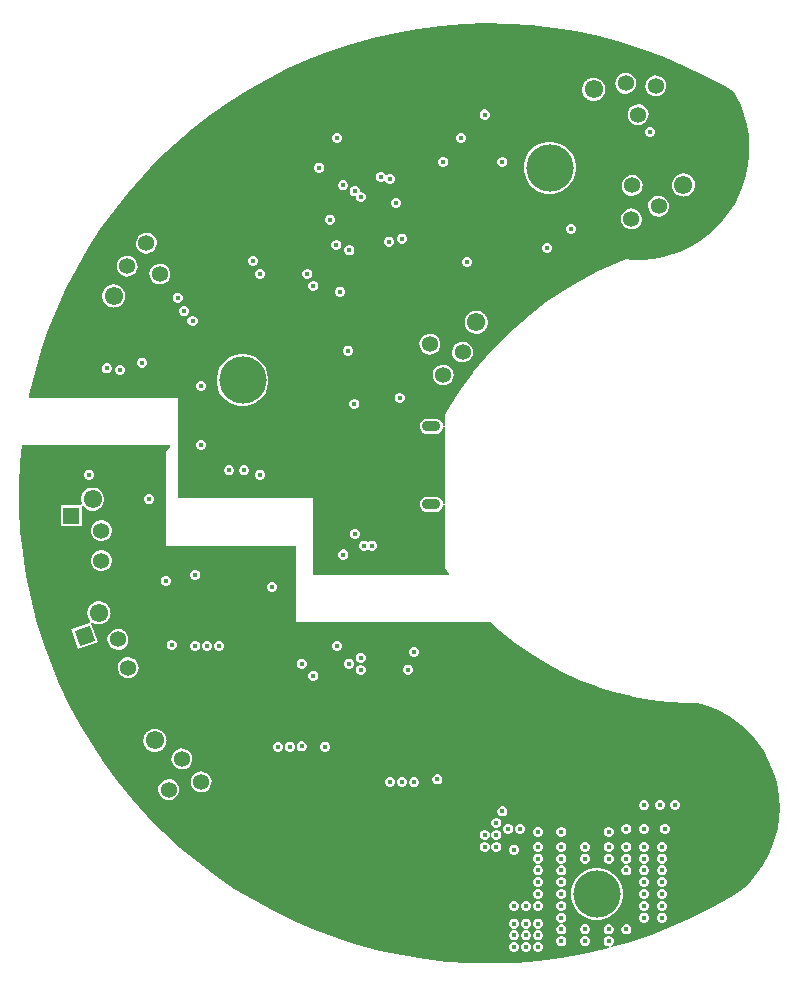
<source format=gbr>
%TF.GenerationSoftware,Altium Limited,Altium Designer,22.9.1 (49)*%
G04 Layer_Physical_Order=2*
G04 Layer_Color=36540*
%FSLAX45Y45*%
%MOMM*%
%TF.SameCoordinates,A07B7C20-9008-4073-B72B-9E11D2315A39*%
%TF.FilePolarity,Positive*%
%TF.FileFunction,Copper,L2,Inr,Signal*%
%TF.Part,Single*%
G01*
G75*
%TA.AperFunction,ComponentPad*%
G04:AMPARAMS|DCode=49|XSize=0.9mm|YSize=1.6mm|CornerRadius=0.45mm|HoleSize=0mm|Usage=FLASHONLY|Rotation=90.000|XOffset=0mm|YOffset=0mm|HoleType=Round|Shape=RoundedRectangle|*
%AMROUNDEDRECTD49*
21,1,0.90000,0.70000,0,0,90.0*
21,1,0.00000,1.60000,0,0,90.0*
1,1,0.90000,0.35000,0.00000*
1,1,0.90000,0.35000,0.00000*
1,1,0.90000,-0.35000,0.00000*
1,1,0.90000,-0.35000,0.00000*
%
%ADD49ROUNDEDRECTD49*%
%ADD50P,1.92050X4X275.0*%
%ADD51C,1.35800*%
%ADD52C,1.55000*%
%ADD53P,1.92050X4X355.0*%
%ADD54P,1.92050X4X400.0*%
%ADD55P,1.92050X4X335.0*%
%ADD56P,1.92050X4X250.0*%
%ADD57R,1.35800X1.35800*%
%ADD58C,4.00000*%
%TA.AperFunction,ViaPad*%
%ADD59C,0.45000*%
G36*
X13653273Y14820036D02*
X13845305Y14807401D01*
X14036491Y14785500D01*
X14226407Y14754382D01*
X14414597Y14714125D01*
X14600607Y14664822D01*
X14784032Y14606583D01*
X14964424Y14539548D01*
X15141367Y14463872D01*
X15314439Y14379736D01*
X15483249Y14287332D01*
X15561037Y14239726D01*
X15580663Y14206882D01*
X15618050Y14128801D01*
X15648103Y14047617D01*
X15670569Y13964009D01*
X15685255Y13878696D01*
X15692039Y13792392D01*
X15690862Y13705827D01*
X15681735Y13619740D01*
X15664734Y13534856D01*
X15640005Y13451891D01*
X15607755Y13371552D01*
X15568259Y13294518D01*
X15521851Y13221439D01*
X15468922Y13152934D01*
X15409920Y13089581D01*
X15345346Y13031921D01*
X15275748Y12980441D01*
X15201711Y12935571D01*
X15123866Y12897699D01*
X15042867Y12867140D01*
X14959404Y12844154D01*
X14874181Y12828937D01*
X14787924Y12821616D01*
X14701353Y12822253D01*
X14658282Y12826549D01*
X14657413Y12826463D01*
X14656558Y12826646D01*
X14653477Y12826082D01*
X14650365Y12825780D01*
X14649593Y12825368D01*
X14648732Y12825211D01*
X14569417Y12793708D01*
X14569041Y12793465D01*
X14568605Y12793365D01*
X14412862Y12723570D01*
X14412376Y12723225D01*
X14411804Y12723059D01*
X14260342Y12644404D01*
X14259877Y12644032D01*
X14259315Y12643833D01*
X14112639Y12556579D01*
X14112196Y12556181D01*
X14111646Y12555949D01*
X13970242Y12460388D01*
X13969823Y12459964D01*
X13969289Y12459702D01*
X13833626Y12356150D01*
X13833232Y12355702D01*
X13832712Y12355410D01*
X13703246Y12244211D01*
X13702876Y12243742D01*
X13702374Y12243420D01*
X13579532Y12124944D01*
X13579192Y12124455D01*
X13578709Y12124104D01*
X13462898Y11998746D01*
X13462585Y11998237D01*
X13462125Y11997859D01*
X13353731Y11866034D01*
X13353448Y11865509D01*
X13353011Y11865105D01*
X13252394Y11727253D01*
X13252142Y11726712D01*
X13251727Y11726283D01*
X13159224Y11582861D01*
X13159059Y11582444D01*
X13158762Y11582110D01*
X13115649Y11508459D01*
X13115190Y11507131D01*
X13114407Y11505961D01*
X13113899Y11503404D01*
X13113046Y11500940D01*
X13113130Y11499537D01*
X13112856Y11498158D01*
Y11413906D01*
X13100156Y11413074D01*
X13099368Y11419050D01*
X13098328Y11426969D01*
X13091777Y11442780D01*
X13081358Y11456358D01*
X13067780Y11466777D01*
X13051968Y11473327D01*
X13035001Y11475561D01*
X12964999D01*
X12948032Y11473327D01*
X12932219Y11466777D01*
X12918642Y11456358D01*
X12908223Y11442780D01*
X12901672Y11426969D01*
X12899438Y11410000D01*
X12901672Y11393032D01*
X12908223Y11377220D01*
X12918642Y11363642D01*
X12932219Y11353223D01*
X12948032Y11346673D01*
X12964999Y11344439D01*
X13035001D01*
X13051968Y11346673D01*
X13067780Y11353223D01*
X13081358Y11363642D01*
X13091777Y11377220D01*
X13098328Y11393032D01*
X13100156Y11406926D01*
X13112856Y11406094D01*
X13112856Y10753905D01*
X13100156Y10753073D01*
X13099368Y10759051D01*
X13098328Y10766968D01*
X13091777Y10782780D01*
X13081358Y10796358D01*
X13067780Y10806777D01*
X13051968Y10813327D01*
X13035001Y10815561D01*
X12964999D01*
X12948032Y10813327D01*
X12932219Y10806777D01*
X12918642Y10796358D01*
X12908223Y10782780D01*
X12901672Y10766968D01*
X12899438Y10750000D01*
X12901672Y10733031D01*
X12908223Y10717220D01*
X12918642Y10703642D01*
X12932219Y10693223D01*
X12948032Y10686673D01*
X12964999Y10684439D01*
X13035001D01*
X13051968Y10686673D01*
X13067780Y10693223D01*
X13081358Y10703642D01*
X13091777Y10717220D01*
X13098328Y10733031D01*
X13100156Y10746927D01*
X13112856Y10746095D01*
Y10221686D01*
X13113257Y10219672D01*
X13113266Y10217618D01*
X13114026Y10215808D01*
X13114407Y10213883D01*
X13115550Y10212175D01*
X13116344Y10210281D01*
X13149451Y10161214D01*
X13143489Y10150000D01*
X12000000D01*
Y10800000D01*
X10850000D01*
Y11650000D01*
X9600410D01*
X9592303Y11659776D01*
X9594876Y11673446D01*
X9639574Y11860625D01*
X9693268Y12045430D01*
X9755828Y12227418D01*
X9827112Y12406172D01*
X9906951Y12581272D01*
X9995161Y12752313D01*
X10091532Y12918886D01*
X10195841Y13080608D01*
X10307845Y13237100D01*
X10427278Y13387994D01*
X10553868Y13532944D01*
X10687315Y13671605D01*
X10827307Y13803653D01*
X10973514Y13928781D01*
X11125602Y14046700D01*
X11283208Y14157126D01*
X11445969Y14259808D01*
X11613503Y14354507D01*
X11785415Y14440996D01*
X11961303Y14519073D01*
X12140766Y14588562D01*
X12323373Y14649295D01*
X12508709Y14701134D01*
X12696328Y14743953D01*
X12885796Y14777655D01*
X13076671Y14802161D01*
X13268509Y14817413D01*
X13460857Y14823376D01*
X13653273Y14820036D01*
D02*
G37*
G36*
X10788267Y11238267D02*
X10750000Y11200000D01*
Y10400000D01*
X11850000D01*
Y9750000D01*
X13503586D01*
X13581845Y9678198D01*
X13582397Y9677861D01*
X13582812Y9677364D01*
X13704552Y9578964D01*
X13705124Y9578663D01*
X13705569Y9578193D01*
X13833228Y9487604D01*
X13833818Y9487340D01*
X13834291Y9486898D01*
X13967369Y9404477D01*
X13967975Y9404250D01*
X13968475Y9403839D01*
X14106450Y9329907D01*
X14107069Y9329718D01*
X14107594Y9329339D01*
X14249925Y9264188D01*
X14250555Y9264038D01*
X14251102Y9263693D01*
X14397232Y9207576D01*
X14397870Y9207466D01*
X14398438Y9207156D01*
X14547794Y9160295D01*
X14548436Y9160225D01*
X14549022Y9159951D01*
X14701018Y9122528D01*
X14701665Y9122499D01*
X14702266Y9122262D01*
X14856306Y9094425D01*
X14856952Y9094437D01*
X14857568Y9094238D01*
X15013048Y9076096D01*
X15013693Y9076147D01*
X15014320Y9075987D01*
X15170630Y9067612D01*
X15171111Y9067681D01*
X15171587Y9067583D01*
X15247559Y9067084D01*
X15286374Y9057915D01*
X15366347Y9031003D01*
X15443489Y8996807D01*
X15517137Y8955622D01*
X15586659Y8907801D01*
X15651459Y8853755D01*
X15710982Y8793945D01*
X15764716Y8728886D01*
X15812202Y8659134D01*
X15853032Y8585289D01*
X15886855Y8507984D01*
X15913382Y8427883D01*
X15932385Y8345669D01*
X15943703Y8262049D01*
X15947237Y8177741D01*
X15942955Y8093467D01*
X15930898Y8009954D01*
X15911163Y7927913D01*
X15883926Y7848047D01*
X15849419Y7771046D01*
X15807935Y7697566D01*
X15759831Y7628239D01*
X15705522Y7563659D01*
X15645470Y7504379D01*
X15613802Y7478439D01*
X15533531Y7427682D01*
X15366095Y7332813D01*
X15194272Y7246149D01*
X15018459Y7167888D01*
X14839069Y7098216D01*
X14656523Y7037295D01*
X14523164Y6999847D01*
X14519003Y7011870D01*
X14524074Y7013970D01*
X14536031Y7025926D01*
X14542500Y7041546D01*
Y7058454D01*
X14536031Y7074074D01*
X14524074Y7086030D01*
X14508453Y7092500D01*
X14491547D01*
X14475926Y7086030D01*
X14463969Y7074074D01*
X14457500Y7058454D01*
Y7041546D01*
X14463969Y7025926D01*
X14475926Y7013970D01*
X14491547Y7007500D01*
X14503442D01*
X14505191Y6994800D01*
X14471248Y6985269D01*
X14283673Y6942257D01*
X14094237Y6908360D01*
X13903386Y6883658D01*
X13711563Y6868209D01*
X13519215Y6862049D01*
X13326801Y6865191D01*
X13134763Y6877630D01*
X12943542Y6899335D01*
X12753600Y6930256D01*
X12565372Y6970321D01*
X12379302Y7019435D01*
X12195828Y7077483D01*
X12015364Y7144335D01*
X11838345Y7219827D01*
X11665184Y7303787D01*
X11496282Y7396017D01*
X11332032Y7496303D01*
X11172824Y7604409D01*
X11019026Y7720084D01*
X10870998Y7843056D01*
X10729089Y7973035D01*
X10593622Y8109726D01*
X10464920Y8252805D01*
X10343288Y8401931D01*
X10229003Y8556763D01*
X10122333Y8716941D01*
X10023532Y8882082D01*
X9932824Y9051811D01*
X9850425Y9225723D01*
X9776530Y9403409D01*
X9711307Y9584466D01*
X9654912Y9768457D01*
X9607473Y9954968D01*
X9569104Y10143544D01*
X9539894Y10333759D01*
X9519911Y10525160D01*
X9509202Y10717309D01*
X9507791Y10909749D01*
X9515682Y11102023D01*
X9528942Y11250000D01*
X10783406D01*
X10788267Y11238267D01*
D02*
G37*
%LPC*%
G36*
X14641754Y14402676D02*
X14618961Y14398659D01*
X14597984Y14388876D01*
X14580255Y14373999D01*
X14566980Y14355040D01*
X14559064Y14333292D01*
X14557047Y14310236D01*
X14561066Y14287442D01*
X14570847Y14266466D01*
X14585724Y14248737D01*
X14604683Y14235461D01*
X14626431Y14227547D01*
X14649487Y14225528D01*
X14672281Y14229547D01*
X14693257Y14239330D01*
X14710986Y14254205D01*
X14724261Y14273164D01*
X14732178Y14294913D01*
X14734195Y14317970D01*
X14730176Y14340762D01*
X14720393Y14361739D01*
X14705518Y14379468D01*
X14686559Y14392743D01*
X14664810Y14400659D01*
X14641754Y14402676D01*
D02*
G37*
G36*
X14894788Y14380539D02*
X14871994Y14376520D01*
X14851018Y14366739D01*
X14833289Y14351862D01*
X14820013Y14332903D01*
X14812097Y14311154D01*
X14810080Y14288098D01*
X14814099Y14265305D01*
X14823880Y14244328D01*
X14838757Y14226599D01*
X14857716Y14213324D01*
X14879465Y14205408D01*
X14902521Y14203391D01*
X14925314Y14207410D01*
X14946291Y14217191D01*
X14964020Y14232068D01*
X14977295Y14251027D01*
X14985211Y14272775D01*
X14987228Y14295831D01*
X14983209Y14318625D01*
X14973428Y14339601D01*
X14958551Y14357330D01*
X14939592Y14370605D01*
X14917844Y14378522D01*
X14894788Y14380539D01*
D02*
G37*
G36*
X14368898Y14361902D02*
X14364658Y14361154D01*
X14360352D01*
X14352063Y14358934D01*
X14343616Y14357443D01*
X14339713Y14355624D01*
X14335553Y14354510D01*
X14328123Y14350220D01*
X14320349Y14346594D01*
X14317050Y14343826D01*
X14313321Y14341673D01*
X14307254Y14335606D01*
X14300682Y14330093D01*
X14298212Y14326566D01*
X14295168Y14323521D01*
X14290878Y14316092D01*
X14285957Y14309064D01*
X14284485Y14305017D01*
X14282332Y14301288D01*
X14280112Y14293002D01*
X14277177Y14284940D01*
X14276802Y14280649D01*
X14275687Y14276491D01*
Y14267912D01*
X14274939Y14259364D01*
X14275687Y14255124D01*
Y14250818D01*
X14277908Y14242531D01*
X14279398Y14234084D01*
X14281216Y14230180D01*
X14282332Y14226021D01*
X14286621Y14218591D01*
X14290247Y14210815D01*
X14293015Y14207516D01*
X14295168Y14203789D01*
X14301234Y14197720D01*
X14306749Y14191150D01*
X14310275Y14188680D01*
X14313321Y14185635D01*
X14320750Y14181346D01*
X14327779Y14176425D01*
X14331825Y14174953D01*
X14335553Y14172800D01*
X14343839Y14170580D01*
X14351901Y14167644D01*
X14356192Y14167268D01*
X14360352Y14166154D01*
X14368930D01*
X14377477Y14165407D01*
X14381717Y14166154D01*
X14386023D01*
X14394312Y14168375D01*
X14402759Y14169865D01*
X14406662Y14171684D01*
X14410822Y14172800D01*
X14418251Y14177089D01*
X14426025Y14180714D01*
X14429324Y14183482D01*
X14433054Y14185635D01*
X14439120Y14191702D01*
X14445692Y14197215D01*
X14448161Y14200745D01*
X14451207Y14203789D01*
X14455496Y14211217D01*
X14460417Y14218245D01*
X14461890Y14222292D01*
X14464043Y14226021D01*
X14466263Y14234306D01*
X14469197Y14242371D01*
X14469572Y14246660D01*
X14470686Y14250818D01*
Y14259396D01*
X14471436Y14267944D01*
X14470686Y14272185D01*
Y14276491D01*
X14468466Y14284778D01*
X14466977Y14293227D01*
X14465157Y14297128D01*
X14464043Y14301288D01*
X14459753Y14308717D01*
X14456126Y14316493D01*
X14453360Y14319792D01*
X14451207Y14323521D01*
X14445140Y14329588D01*
X14439626Y14336159D01*
X14436098Y14338629D01*
X14433054Y14341673D01*
X14425624Y14345963D01*
X14418596Y14350883D01*
X14414549Y14352357D01*
X14410822Y14354510D01*
X14402534Y14356731D01*
X14394472Y14359665D01*
X14390182Y14360040D01*
X14386023Y14361154D01*
X14377444D01*
X14368898Y14361902D01*
D02*
G37*
G36*
X13458453Y14092500D02*
X13441547D01*
X13425926Y14086031D01*
X13413969Y14074074D01*
X13407500Y14058453D01*
Y14041547D01*
X13413969Y14025926D01*
X13425926Y14013969D01*
X13441547Y14007500D01*
X13458453D01*
X13474074Y14013969D01*
X13486031Y14025926D01*
X13492500Y14041547D01*
Y14058453D01*
X13486031Y14074074D01*
X13474074Y14086031D01*
X13458453Y14092500D01*
D02*
G37*
G36*
X14746133Y14138574D02*
X14723340Y14134555D01*
X14702364Y14124774D01*
X14684634Y14109897D01*
X14671359Y14090938D01*
X14663443Y14069189D01*
X14661426Y14046133D01*
X14665445Y14023340D01*
X14675226Y14002364D01*
X14690103Y13984634D01*
X14709062Y13971359D01*
X14730811Y13963443D01*
X14753867Y13961426D01*
X14776660Y13965445D01*
X14797636Y13975226D01*
X14815366Y13990103D01*
X14828641Y14009062D01*
X14836557Y14030811D01*
X14838574Y14053867D01*
X14834555Y14076660D01*
X14824774Y14097636D01*
X14809897Y14115366D01*
X14790938Y14128641D01*
X14769189Y14136557D01*
X14746133Y14138574D01*
D02*
G37*
G36*
X14858453Y13942500D02*
X14841547D01*
X14825926Y13936031D01*
X14813969Y13924074D01*
X14807500Y13908453D01*
Y13891547D01*
X14813969Y13875926D01*
X14825926Y13863969D01*
X14841547Y13857500D01*
X14858453D01*
X14874074Y13863969D01*
X14886031Y13875926D01*
X14892500Y13891547D01*
Y13908453D01*
X14886031Y13924074D01*
X14874074Y13936031D01*
X14858453Y13942500D01*
D02*
G37*
G36*
X13258453Y13892500D02*
X13241547D01*
X13225926Y13886031D01*
X13213969Y13874074D01*
X13207500Y13858453D01*
Y13841547D01*
X13213969Y13825926D01*
X13225926Y13813969D01*
X13241547Y13807500D01*
X13258453D01*
X13274074Y13813969D01*
X13286031Y13825926D01*
X13292500Y13841547D01*
Y13858453D01*
X13286031Y13874074D01*
X13274074Y13886031D01*
X13258453Y13892500D01*
D02*
G37*
G36*
X12208454D02*
X12191547D01*
X12175926Y13886031D01*
X12163971Y13874074D01*
X12157500Y13858453D01*
Y13841547D01*
X12163971Y13825926D01*
X12175926Y13813969D01*
X12191547Y13807500D01*
X12208454D01*
X12224074Y13813969D01*
X12236030Y13825926D01*
X12242500Y13841547D01*
Y13858453D01*
X12236030Y13874074D01*
X12224074Y13886031D01*
X12208454Y13892500D01*
D02*
G37*
G36*
X13608453Y13692500D02*
X13591547D01*
X13575926Y13686031D01*
X13563969Y13674074D01*
X13557500Y13658453D01*
Y13641547D01*
X13563969Y13625926D01*
X13575926Y13613969D01*
X13591547Y13607500D01*
X13608453D01*
X13624074Y13613969D01*
X13636031Y13625926D01*
X13642500Y13641547D01*
Y13658453D01*
X13636031Y13674074D01*
X13624074Y13686031D01*
X13608453Y13692500D01*
D02*
G37*
G36*
X13108453D02*
X13091547D01*
X13075926Y13686031D01*
X13063969Y13674074D01*
X13057500Y13658453D01*
Y13641547D01*
X13063969Y13625926D01*
X13075926Y13613969D01*
X13091547Y13607500D01*
X13108453D01*
X13124074Y13613969D01*
X13136031Y13625926D01*
X13142500Y13641547D01*
Y13658453D01*
X13136031Y13674074D01*
X13124074Y13686031D01*
X13108453Y13692500D01*
D02*
G37*
G36*
X12058454Y13642500D02*
X12041546D01*
X12025926Y13636031D01*
X12013970Y13624074D01*
X12007500Y13608453D01*
Y13591547D01*
X12013970Y13575926D01*
X12025926Y13563969D01*
X12041546Y13557500D01*
X12058454D01*
X12074074Y13563969D01*
X12086030Y13575926D01*
X12092500Y13591547D01*
Y13608453D01*
X12086030Y13624074D01*
X12074074Y13636031D01*
X12058454Y13642500D01*
D02*
G37*
G36*
X12578454Y13562500D02*
X12561546D01*
X12545926Y13556030D01*
X12533970Y13544073D01*
X12527500Y13528455D01*
Y13511546D01*
X12533970Y13495926D01*
X12545926Y13483971D01*
X12561546Y13477499D01*
X12578454D01*
X12594074Y13483971D01*
X12596089Y13485985D01*
X12608546Y13483508D01*
X12610071Y13479825D01*
X12622027Y13467870D01*
X12637647Y13461398D01*
X12654554D01*
X12670175Y13467870D01*
X12682130Y13479825D01*
X12688600Y13495445D01*
Y13512354D01*
X12682130Y13527972D01*
X12670175Y13539929D01*
X12654554Y13546399D01*
X12637647D01*
X12622027Y13539929D01*
X12620011Y13537914D01*
X12607555Y13540392D01*
X12606030Y13544073D01*
X12594074Y13556030D01*
X12578454Y13562500D01*
D02*
G37*
G36*
X12258454Y13492500D02*
X12241546D01*
X12225926Y13486031D01*
X12213970Y13474074D01*
X12207500Y13458453D01*
Y13441547D01*
X12213970Y13425926D01*
X12225926Y13413969D01*
X12241546Y13407500D01*
X12258454D01*
X12274074Y13413969D01*
X12286030Y13425926D01*
X12292500Y13441547D01*
Y13458453D01*
X12286030Y13474074D01*
X12274074Y13486031D01*
X12258454Y13492500D01*
D02*
G37*
G36*
X14021667Y13820000D02*
X13978333D01*
X13935828Y13811545D01*
X13895792Y13794962D01*
X13859758Y13770885D01*
X13829115Y13740242D01*
X13805038Y13704208D01*
X13788455Y13664172D01*
X13780000Y13621667D01*
Y13578333D01*
X13788455Y13535828D01*
X13805038Y13495792D01*
X13829115Y13459758D01*
X13859758Y13429115D01*
X13895792Y13405038D01*
X13935828Y13388455D01*
X13978333Y13380000D01*
X14021667D01*
X14064172Y13388455D01*
X14104208Y13405038D01*
X14140242Y13429115D01*
X14170885Y13459758D01*
X14194962Y13495792D01*
X14211545Y13535828D01*
X14220000Y13578333D01*
Y13621667D01*
X14211545Y13664172D01*
X14194962Y13704208D01*
X14170885Y13740242D01*
X14140242Y13770885D01*
X14104208Y13794962D01*
X14064172Y13811545D01*
X14021667Y13820000D01*
D02*
G37*
G36*
X14696133Y13538574D02*
X14673340Y13534555D01*
X14652364Y13524774D01*
X14634634Y13509897D01*
X14621359Y13490938D01*
X14613443Y13469189D01*
X14611426Y13446133D01*
X14615445Y13423340D01*
X14625226Y13402364D01*
X14640103Y13384634D01*
X14659062Y13371359D01*
X14680811Y13363443D01*
X14703867Y13361426D01*
X14726660Y13365445D01*
X14747636Y13375226D01*
X14765366Y13390105D01*
X14778641Y13409062D01*
X14786557Y13430811D01*
X14788574Y13453867D01*
X14784555Y13476660D01*
X14774774Y13497636D01*
X14759897Y13515366D01*
X14740938Y13528641D01*
X14719189Y13536557D01*
X14696133Y13538574D01*
D02*
G37*
G36*
X15128867Y13551624D02*
X15124628Y13550876D01*
X15120320D01*
X15112033Y13548656D01*
X15103584Y13547166D01*
X15099683Y13545346D01*
X15095523Y13544232D01*
X15088094Y13539943D01*
X15080318Y13536317D01*
X15077019Y13533548D01*
X15073289Y13531396D01*
X15067224Y13525330D01*
X15060652Y13519815D01*
X15058182Y13516287D01*
X15055138Y13513243D01*
X15050848Y13505814D01*
X15045927Y13498785D01*
X15044453Y13494739D01*
X15042300Y13491010D01*
X15040080Y13482726D01*
X15037146Y13474661D01*
X15036771Y13470372D01*
X15035657Y13466212D01*
Y13457632D01*
X15034909Y13449088D01*
X15035657Y13444847D01*
Y13440540D01*
X15037877Y13432253D01*
X15039368Y13423805D01*
X15041187Y13419902D01*
X15042300Y13415742D01*
X15046590Y13408315D01*
X15050217Y13400539D01*
X15052985Y13397240D01*
X15055138Y13393510D01*
X15061203Y13387444D01*
X15066718Y13380872D01*
X15070245Y13378403D01*
X15073289Y13375357D01*
X15080719Y13371068D01*
X15087747Y13366147D01*
X15091794Y13364674D01*
X15095523Y13362521D01*
X15103809Y13360301D01*
X15111871Y13357365D01*
X15116161Y13356992D01*
X15120320Y13355878D01*
X15128902D01*
X15137447Y13355128D01*
X15141685Y13355878D01*
X15145993D01*
X15154280Y13358096D01*
X15162727Y13359587D01*
X15166631Y13361407D01*
X15170790Y13362521D01*
X15178220Y13366811D01*
X15185995Y13370436D01*
X15189294Y13373204D01*
X15193024Y13375357D01*
X15199089Y13381422D01*
X15205661Y13386938D01*
X15208131Y13390465D01*
X15211176Y13393510D01*
X15215465Y13400938D01*
X15220386Y13407967D01*
X15221860Y13412013D01*
X15224013Y13415742D01*
X15226231Y13424028D01*
X15229167Y13432091D01*
X15229543Y13436382D01*
X15230656Y13440540D01*
Y13449121D01*
X15231404Y13457666D01*
X15230656Y13461906D01*
Y13466212D01*
X15228436Y13474500D01*
X15226945Y13482948D01*
X15225127Y13486852D01*
X15224013Y13491010D01*
X15219724Y13498439D01*
X15216096Y13506215D01*
X15213329Y13509514D01*
X15211176Y13513243D01*
X15205110Y13519308D01*
X15199596Y13525880D01*
X15196066Y13528351D01*
X15193024Y13531396D01*
X15185593Y13535686D01*
X15178566Y13540607D01*
X15174519Y13542079D01*
X15170790Y13544232D01*
X15162505Y13546452D01*
X15154440Y13549387D01*
X15150153Y13549762D01*
X15145993Y13550876D01*
X15137411D01*
X15128867Y13551624D01*
D02*
G37*
G36*
X12358454Y13442500D02*
X12341546D01*
X12325926Y13436031D01*
X12313970Y13424074D01*
X12307500Y13408453D01*
Y13391547D01*
X12313970Y13375926D01*
X12325926Y13363969D01*
X12341546Y13357500D01*
X12357500D01*
Y13341547D01*
X12363970Y13325926D01*
X12375926Y13313969D01*
X12391546Y13307500D01*
X12408454D01*
X12424074Y13313969D01*
X12436030Y13325926D01*
X12442500Y13341547D01*
Y13358453D01*
X12436030Y13374074D01*
X12424074Y13386031D01*
X12408454Y13392500D01*
X12392500D01*
Y13408453D01*
X12386030Y13424074D01*
X12374074Y13436031D01*
X12358454Y13442500D01*
D02*
G37*
G36*
X12708454Y13342500D02*
X12691546D01*
X12675926Y13336031D01*
X12663970Y13324074D01*
X12657500Y13308453D01*
Y13291547D01*
X12663970Y13275926D01*
X12675926Y13263969D01*
X12691546Y13257500D01*
X12708454D01*
X12724074Y13263969D01*
X12736030Y13275926D01*
X12742500Y13291547D01*
Y13308453D01*
X12736030Y13324074D01*
X12724074Y13336031D01*
X12708454Y13342500D01*
D02*
G37*
G36*
X14918579Y13362044D02*
X14895786Y13358026D01*
X14874809Y13348244D01*
X14857080Y13333366D01*
X14843805Y13314407D01*
X14835889Y13292661D01*
X14833871Y13269603D01*
X14837891Y13246809D01*
X14847672Y13225835D01*
X14862549Y13208105D01*
X14881508Y13194829D01*
X14903256Y13186914D01*
X14926312Y13184897D01*
X14949106Y13188914D01*
X14970082Y13198697D01*
X14987811Y13213574D01*
X15001086Y13232533D01*
X15009003Y13254282D01*
X15011020Y13277338D01*
X15007001Y13300131D01*
X14997220Y13321107D01*
X14982343Y13338837D01*
X14963383Y13352112D01*
X14941635Y13360027D01*
X14918579Y13362044D01*
D02*
G37*
G36*
X12148454Y13202499D02*
X12131546D01*
X12115926Y13196030D01*
X12103970Y13184074D01*
X12097500Y13168454D01*
Y13151546D01*
X12103970Y13135925D01*
X12115926Y13123970D01*
X12131546Y13117500D01*
X12148454D01*
X12164074Y13123970D01*
X12176030Y13135925D01*
X12182500Y13151546D01*
Y13168454D01*
X12176030Y13184074D01*
X12164074Y13196030D01*
X12148454Y13202499D01*
D02*
G37*
G36*
X14688377Y13254700D02*
X14665584Y13250681D01*
X14644608Y13240900D01*
X14626878Y13226022D01*
X14613603Y13207063D01*
X14605687Y13185315D01*
X14603670Y13162257D01*
X14607689Y13139465D01*
X14617470Y13118489D01*
X14632347Y13100760D01*
X14651306Y13087485D01*
X14673055Y13079568D01*
X14696111Y13077551D01*
X14718904Y13081570D01*
X14739880Y13091351D01*
X14757610Y13106229D01*
X14770885Y13125188D01*
X14778801Y13146936D01*
X14780818Y13169994D01*
X14776799Y13192786D01*
X14767018Y13213762D01*
X14752141Y13231491D01*
X14733182Y13244768D01*
X14711433Y13252682D01*
X14688377Y13254700D01*
D02*
G37*
G36*
X14188454Y13122501D02*
X14171545D01*
X14155927Y13116029D01*
X14143970Y13104074D01*
X14137500Y13088454D01*
Y13071545D01*
X14143970Y13055927D01*
X14155927Y13043970D01*
X14171545Y13037500D01*
X14188454D01*
X14204074Y13043970D01*
X14216029Y13055927D01*
X14222501Y13071545D01*
Y13088454D01*
X14216029Y13104074D01*
X14204074Y13116029D01*
X14188454Y13122501D01*
D02*
G37*
G36*
X12758454Y13042500D02*
X12741546D01*
X12725926Y13036031D01*
X12713970Y13024074D01*
X12707500Y13008453D01*
Y12991547D01*
X12713970Y12975926D01*
X12725926Y12963969D01*
X12741546Y12957500D01*
X12758454D01*
X12774074Y12963969D01*
X12786030Y12975926D01*
X12792500Y12991547D01*
Y13008453D01*
X12786030Y13024074D01*
X12774074Y13036031D01*
X12758454Y13042500D01*
D02*
G37*
G36*
X12650754Y13016400D02*
X12633846D01*
X12618226Y13009930D01*
X12606270Y12997974D01*
X12599800Y12982355D01*
Y12965446D01*
X12606270Y12949826D01*
X12618226Y12937869D01*
X12633846Y12931400D01*
X12650754D01*
X12666374Y12937869D01*
X12678330Y12949826D01*
X12684800Y12965446D01*
Y12982355D01*
X12678330Y12997974D01*
X12666374Y13009930D01*
X12650754Y13016400D01*
D02*
G37*
G36*
X12203253Y12987300D02*
X12186346D01*
X12170726Y12980830D01*
X12158770Y12968874D01*
X12152300Y12953253D01*
Y12936346D01*
X12158770Y12920726D01*
X12170726Y12908771D01*
X12186346Y12902299D01*
X12203253D01*
X12218874Y12908771D01*
X12230829Y12920726D01*
X12237300Y12936346D01*
Y12953253D01*
X12230829Y12968874D01*
X12218874Y12980830D01*
X12203253Y12987300D01*
D02*
G37*
G36*
X13988454Y12962500D02*
X13971545D01*
X13955927Y12956030D01*
X13943970Y12944073D01*
X13937500Y12928455D01*
Y12911546D01*
X13943970Y12895926D01*
X13955927Y12883971D01*
X13971545Y12877499D01*
X13988454D01*
X14004074Y12883971D01*
X14016029Y12895926D01*
X14022501Y12911546D01*
Y12928455D01*
X14016029Y12944073D01*
X14004074Y12956030D01*
X13988454Y12962500D01*
D02*
G37*
G36*
X10590926Y13049130D02*
X10567869Y13047112D01*
X10546121Y13039195D01*
X10527162Y13025922D01*
X10512285Y13008192D01*
X10502504Y12987216D01*
X10498484Y12964423D01*
X10500502Y12941367D01*
X10508418Y12919618D01*
X10521693Y12900659D01*
X10539422Y12885782D01*
X10560398Y12875999D01*
X10583191Y12871980D01*
X10606248Y12873999D01*
X10627997Y12881915D01*
X10646955Y12895190D01*
X10661832Y12912920D01*
X10671614Y12933894D01*
X10675633Y12956688D01*
X10673615Y12979745D01*
X10665700Y13001492D01*
X10652424Y13020451D01*
X10634695Y13035329D01*
X10613719Y13045111D01*
X10590926Y13049130D01*
D02*
G37*
G36*
X12313654Y12942500D02*
X12296746D01*
X12281126Y12936031D01*
X12269170Y12924074D01*
X12262700Y12908453D01*
Y12891547D01*
X12269170Y12875926D01*
X12281126Y12863969D01*
X12296746Y12857500D01*
X12313654D01*
X12329274Y12863969D01*
X12341230Y12875926D01*
X12347700Y12891547D01*
Y12908453D01*
X12341230Y12924074D01*
X12329274Y12936031D01*
X12313654Y12942500D01*
D02*
G37*
G36*
X11496761Y12854192D02*
X11479854D01*
X11464234Y12847722D01*
X11452278Y12835767D01*
X11445808Y12820146D01*
Y12803239D01*
X11452278Y12787618D01*
X11464234Y12775663D01*
X11479854Y12769193D01*
X11496761D01*
X11512382Y12775663D01*
X11524337Y12787618D01*
X11530808Y12803239D01*
Y12820146D01*
X11524337Y12835767D01*
X11512382Y12847722D01*
X11496761Y12854192D01*
D02*
G37*
G36*
X13308453Y12842500D02*
X13291547D01*
X13275926Y12836031D01*
X13263969Y12824074D01*
X13257500Y12808453D01*
Y12791546D01*
X13263969Y12775926D01*
X13275926Y12763970D01*
X13291547Y12757500D01*
X13308453D01*
X13324074Y12763970D01*
X13336031Y12775926D01*
X13342500Y12791546D01*
Y12808453D01*
X13336031Y12824074D01*
X13324074Y12836031D01*
X13308453Y12842500D01*
D02*
G37*
G36*
X10427658Y12854555D02*
X10404601Y12852538D01*
X10382852Y12844621D01*
X10363894Y12831346D01*
X10349017Y12813615D01*
X10339235Y12792640D01*
X10335216Y12769847D01*
X10337234Y12746791D01*
X10345149Y12725042D01*
X10358425Y12706084D01*
X10376154Y12691207D01*
X10397130Y12681425D01*
X10419923Y12677406D01*
X10442980Y12679423D01*
X10464728Y12687339D01*
X10483687Y12700614D01*
X10498564Y12718344D01*
X10508346Y12739320D01*
X10512365Y12762113D01*
X10510347Y12785170D01*
X10502431Y12806918D01*
X10489156Y12825877D01*
X10471427Y12840755D01*
X10450451Y12850536D01*
X10427658Y12854555D01*
D02*
G37*
G36*
X11958454Y12742500D02*
X11941546D01*
X11925926Y12736030D01*
X11913970Y12724074D01*
X11907500Y12708454D01*
Y12691546D01*
X11913970Y12675926D01*
X11925926Y12663970D01*
X11941546Y12657500D01*
X11958454D01*
X11974074Y12663970D01*
X11986030Y12675926D01*
X11992500Y12691546D01*
Y12708454D01*
X11986030Y12724074D01*
X11974074Y12736030D01*
X11958454Y12742500D01*
D02*
G37*
G36*
X11558454D02*
X11541546D01*
X11525926Y12736030D01*
X11513970Y12724074D01*
X11507500Y12708454D01*
Y12691546D01*
X11513970Y12675926D01*
X11525926Y12663970D01*
X11541546Y12657500D01*
X11558454D01*
X11574074Y12663970D01*
X11586030Y12675926D01*
X11592500Y12691546D01*
Y12708454D01*
X11586030Y12724074D01*
X11574074Y12736030D01*
X11558454Y12742500D01*
D02*
G37*
G36*
X10703867Y12788574D02*
X10680811Y12786557D01*
X10659062Y12778641D01*
X10640103Y12765366D01*
X10625226Y12747636D01*
X10615445Y12726660D01*
X10611426Y12703867D01*
X10613443Y12680811D01*
X10621359Y12659062D01*
X10634634Y12640103D01*
X10652364Y12625226D01*
X10673340Y12615445D01*
X10696133Y12611426D01*
X10719189Y12613443D01*
X10740938Y12621359D01*
X10759897Y12634634D01*
X10774774Y12652364D01*
X10784555Y12673340D01*
X10788574Y12696133D01*
X10786557Y12719189D01*
X10778641Y12740938D01*
X10765366Y12759897D01*
X10747636Y12774774D01*
X10726660Y12784555D01*
X10703867Y12788574D01*
D02*
G37*
G36*
X12008454Y12642500D02*
X11991546D01*
X11975926Y12636030D01*
X11963970Y12624074D01*
X11957500Y12608454D01*
Y12591546D01*
X11963970Y12575926D01*
X11975926Y12563970D01*
X11991546Y12557500D01*
X12008454D01*
X12024074Y12563970D01*
X12036030Y12575926D01*
X12042500Y12591546D01*
Y12608454D01*
X12036030Y12624074D01*
X12024074Y12636030D01*
X12008454Y12642500D01*
D02*
G37*
G36*
X12233558Y12592500D02*
X12216650D01*
X12201030Y12586030D01*
X12189074Y12574074D01*
X12182604Y12558454D01*
Y12541546D01*
X12189074Y12525926D01*
X12201030Y12513970D01*
X12216650Y12507500D01*
X12233558D01*
X12249178Y12513970D01*
X12261134Y12525926D01*
X12267604Y12541546D01*
Y12558454D01*
X12261134Y12574074D01*
X12249178Y12586030D01*
X12233558Y12592500D01*
D02*
G37*
G36*
X10858454Y12542500D02*
X10841546D01*
X10825926Y12536030D01*
X10813970Y12524074D01*
X10807500Y12508454D01*
Y12491546D01*
X10813970Y12475926D01*
X10825926Y12463970D01*
X10841546Y12457500D01*
X10858454D01*
X10874074Y12463970D01*
X10886030Y12475926D01*
X10892500Y12491546D01*
Y12508454D01*
X10886030Y12524074D01*
X10874074Y12536030D01*
X10858454Y12542500D01*
D02*
G37*
G36*
X10313143Y12612128D02*
X10304596Y12611380D01*
X10296018D01*
X10291859Y12610266D01*
X10287569Y12609890D01*
X10279506Y12606955D01*
X10271220Y12604735D01*
X10267491Y12602582D01*
X10263445Y12601110D01*
X10256417Y12596189D01*
X10248987Y12591899D01*
X10245942Y12588854D01*
X10242415Y12586385D01*
X10236901Y12579813D01*
X10230834Y12573746D01*
X10228681Y12570017D01*
X10225914Y12566719D01*
X10222288Y12558943D01*
X10217998Y12551514D01*
X10216884Y12547355D01*
X10215064Y12543452D01*
X10213574Y12535002D01*
X10211354Y12526716D01*
Y12522410D01*
X10210606Y12518170D01*
X10211354Y12509622D01*
Y12501044D01*
X10212468Y12496885D01*
X10212843Y12492595D01*
X10215778Y12484532D01*
X10217998Y12476246D01*
X10220151Y12472518D01*
X10221624Y12468471D01*
X10226544Y12461444D01*
X10230834Y12454014D01*
X10233879Y12450969D01*
X10236349Y12447442D01*
X10242921Y12441927D01*
X10248987Y12435861D01*
X10252717Y12433707D01*
X10256015Y12430940D01*
X10263790Y12427314D01*
X10271220Y12423025D01*
X10275379Y12421910D01*
X10279282Y12420090D01*
X10287732Y12418600D01*
X10296018Y12416380D01*
X10300323D01*
X10304564Y12415632D01*
X10313111Y12416380D01*
X10321690D01*
X10325849Y12417494D01*
X10330139Y12417870D01*
X10338201Y12420804D01*
X10346487Y12423025D01*
X10350216Y12425178D01*
X10354263Y12426650D01*
X10361290Y12431571D01*
X10368720Y12435861D01*
X10371765Y12438906D01*
X10375292Y12441375D01*
X10380806Y12447947D01*
X10386873Y12454014D01*
X10389026Y12457743D01*
X10391794Y12461041D01*
X10395420Y12468817D01*
X10399709Y12476246D01*
X10400823Y12480405D01*
X10402643Y12484308D01*
X10404133Y12492758D01*
X10406354Y12501044D01*
Y12505350D01*
X10407101Y12509590D01*
X10406354Y12518138D01*
Y12526716D01*
X10405239Y12530875D01*
X10404864Y12535165D01*
X10401929Y12543228D01*
X10399709Y12551514D01*
X10397556Y12555242D01*
X10396083Y12559289D01*
X10391163Y12566316D01*
X10386873Y12573746D01*
X10383828Y12576791D01*
X10381358Y12580318D01*
X10374787Y12585833D01*
X10368720Y12591899D01*
X10364991Y12594053D01*
X10361692Y12596820D01*
X10353917Y12600446D01*
X10346487Y12604735D01*
X10342329Y12605850D01*
X10338425Y12607670D01*
X10329976Y12609160D01*
X10321690Y12611380D01*
X10317384D01*
X10313143Y12612128D01*
D02*
G37*
G36*
X10914438Y12426549D02*
X10897531D01*
X10881910Y12420079D01*
X10869955Y12408123D01*
X10863484Y12392503D01*
Y12375595D01*
X10869955Y12359975D01*
X10881910Y12348019D01*
X10897531Y12341549D01*
X10914438D01*
X10930058Y12348019D01*
X10942014Y12359975D01*
X10948484Y12375595D01*
Y12392503D01*
X10942014Y12408123D01*
X10930058Y12420079D01*
X10914438Y12426549D01*
D02*
G37*
G36*
X10985069Y12342500D02*
X10968162D01*
X10952541Y12336030D01*
X10940586Y12324074D01*
X10934116Y12308454D01*
Y12291546D01*
X10940586Y12275926D01*
X10952541Y12263970D01*
X10968162Y12257500D01*
X10985069D01*
X11000689Y12263970D01*
X11012645Y12275926D01*
X11019115Y12291546D01*
Y12308454D01*
X11012645Y12324074D01*
X11000689Y12336030D01*
X10985069Y12342500D01*
D02*
G37*
G36*
X13382169Y12389792D02*
X13373621Y12389044D01*
X13365042D01*
X13360884Y12387930D01*
X13356593Y12387555D01*
X13348531Y12384620D01*
X13340245Y12382400D01*
X13336516Y12380247D01*
X13332471Y12378774D01*
X13325443Y12373854D01*
X13318011Y12369564D01*
X13314967Y12366519D01*
X13311440Y12364049D01*
X13305927Y12357477D01*
X13299860Y12351411D01*
X13297707Y12347681D01*
X13294939Y12344383D01*
X13291313Y12336608D01*
X13287022Y12329178D01*
X13285909Y12325019D01*
X13284090Y12321116D01*
X13282599Y12312667D01*
X13280379Y12304381D01*
Y12300075D01*
X13279631Y12295834D01*
X13280379Y12287287D01*
Y12278708D01*
X13281493Y12274549D01*
X13281868Y12270259D01*
X13284802Y12262197D01*
X13287022Y12253911D01*
X13289175Y12250182D01*
X13290649Y12246136D01*
X13295569Y12239108D01*
X13299860Y12231678D01*
X13302904Y12228633D01*
X13305374Y12225106D01*
X13311945Y12219592D01*
X13318011Y12213525D01*
X13321741Y12211372D01*
X13325040Y12208604D01*
X13332816Y12204978D01*
X13340245Y12200689D01*
X13344405Y12199575D01*
X13348306Y12197755D01*
X13356757Y12196265D01*
X13365042Y12194044D01*
X13369348D01*
X13373589Y12193297D01*
X13382137Y12194044D01*
X13390715D01*
X13394873Y12195159D01*
X13399162Y12195534D01*
X13407227Y12198469D01*
X13415512Y12200689D01*
X13419241Y12202842D01*
X13423286Y12204315D01*
X13430315Y12209235D01*
X13437746Y12213525D01*
X13440790Y12216570D01*
X13444318Y12219040D01*
X13449831Y12225611D01*
X13455898Y12231678D01*
X13458051Y12235407D01*
X13460818Y12238706D01*
X13464444Y12246481D01*
X13468735Y12253911D01*
X13469849Y12258069D01*
X13471667Y12261973D01*
X13473158Y12270422D01*
X13475378Y12278708D01*
Y12283014D01*
X13476126Y12287255D01*
X13475378Y12295802D01*
Y12304381D01*
X13474265Y12308539D01*
X13473889Y12312829D01*
X13470953Y12320892D01*
X13468735Y12329178D01*
X13466582Y12332907D01*
X13465108Y12336953D01*
X13460188Y12343981D01*
X13455898Y12351411D01*
X13452853Y12354456D01*
X13450383Y12357983D01*
X13443813Y12363497D01*
X13437746Y12369564D01*
X13434016Y12371717D01*
X13430717Y12374485D01*
X13422942Y12378110D01*
X13415512Y12382400D01*
X13411353Y12383514D01*
X13407449Y12385334D01*
X13399001Y12386824D01*
X13390715Y12389044D01*
X13386409D01*
X13382169Y12389792D01*
D02*
G37*
G36*
X12990599Y12193999D02*
X12967543Y12191981D01*
X12945795Y12184066D01*
X12926836Y12170790D01*
X12911958Y12153061D01*
X12902177Y12132085D01*
X12898158Y12109292D01*
X12900175Y12086235D01*
X12908092Y12064487D01*
X12921365Y12045528D01*
X12939096Y12030651D01*
X12960072Y12020870D01*
X12982864Y12016850D01*
X13005920Y12018868D01*
X13027670Y12026784D01*
X13046629Y12040059D01*
X13061507Y12057788D01*
X13071288Y12078765D01*
X13075307Y12101557D01*
X13073289Y12124614D01*
X13065373Y12146363D01*
X13052098Y12165321D01*
X13034367Y12180198D01*
X13013393Y12189980D01*
X12990599Y12193999D01*
D02*
G37*
G36*
X12303254Y12092500D02*
X12286346D01*
X12270726Y12086030D01*
X12258770Y12074074D01*
X12252300Y12058454D01*
Y12041546D01*
X12258770Y12025926D01*
X12270726Y12013970D01*
X12286346Y12007500D01*
X12303254D01*
X12318874Y12013970D01*
X12330830Y12025926D01*
X12337300Y12041546D01*
Y12058454D01*
X12330830Y12074074D01*
X12318874Y12086030D01*
X12303254Y12092500D01*
D02*
G37*
G36*
X13266808Y12128018D02*
X13243752Y12126001D01*
X13222003Y12118085D01*
X13203044Y12104810D01*
X13188167Y12087080D01*
X13178386Y12066104D01*
X13174367Y12043311D01*
X13176384Y12020255D01*
X13184300Y11998506D01*
X13197575Y11979547D01*
X13215305Y11964670D01*
X13236281Y11954889D01*
X13259074Y11950870D01*
X13282130Y11952887D01*
X13303879Y11960803D01*
X13322838Y11974078D01*
X13337715Y11991808D01*
X13347496Y12012784D01*
X13351515Y12035577D01*
X13349498Y12058633D01*
X13341582Y12080382D01*
X13328307Y12099341D01*
X13310577Y12114218D01*
X13289601Y12123999D01*
X13266808Y12128018D01*
D02*
G37*
G36*
X10558454Y11992500D02*
X10541546D01*
X10525926Y11986030D01*
X10513970Y11974074D01*
X10507500Y11958454D01*
Y11941546D01*
X10513970Y11925926D01*
X10525926Y11913970D01*
X10541546Y11907500D01*
X10558454D01*
X10574074Y11913970D01*
X10586030Y11925926D01*
X10592500Y11941546D01*
Y11958454D01*
X10586030Y11974074D01*
X10574074Y11986030D01*
X10558454Y11992500D01*
D02*
G37*
G36*
X10258454Y11942500D02*
X10241546D01*
X10225926Y11936030D01*
X10213970Y11924074D01*
X10207500Y11908454D01*
Y11891546D01*
X10213970Y11875926D01*
X10225926Y11863970D01*
X10241546Y11857500D01*
X10258454D01*
X10274074Y11863970D01*
X10286030Y11875926D01*
X10292500Y11891546D01*
Y11908454D01*
X10286030Y11924074D01*
X10274074Y11936030D01*
X10258454Y11942500D01*
D02*
G37*
G36*
X10371954Y11929000D02*
X10355046D01*
X10339426Y11922530D01*
X10327470Y11910574D01*
X10321000Y11894954D01*
Y11878046D01*
X10327470Y11862426D01*
X10339426Y11850470D01*
X10355046Y11844000D01*
X10371954D01*
X10387574Y11850470D01*
X10399530Y11862426D01*
X10406000Y11878046D01*
Y11894954D01*
X10399530Y11910574D01*
X10387574Y11922530D01*
X10371954Y11929000D01*
D02*
G37*
G36*
X13103540Y11933443D02*
X13080484Y11931426D01*
X13058736Y11923510D01*
X13039777Y11910235D01*
X13024899Y11892505D01*
X13015118Y11871529D01*
X13011099Y11848736D01*
X13013116Y11825680D01*
X13021033Y11803931D01*
X13034306Y11784972D01*
X13052037Y11770095D01*
X13073013Y11760314D01*
X13095805Y11756295D01*
X13118863Y11758312D01*
X13140611Y11766228D01*
X13159570Y11779503D01*
X13174448Y11797233D01*
X13184229Y11818209D01*
X13188248Y11841002D01*
X13186230Y11864058D01*
X13178314Y11885807D01*
X13165039Y11904766D01*
X13147308Y11919643D01*
X13126334Y11929424D01*
X13103540Y11933443D01*
D02*
G37*
G36*
X11058454Y11792500D02*
X11041546D01*
X11025926Y11786030D01*
X11013970Y11774074D01*
X11007500Y11758454D01*
Y11741546D01*
X11013970Y11725926D01*
X11025926Y11713970D01*
X11041546Y11707500D01*
X11058454D01*
X11074074Y11713970D01*
X11086030Y11725926D01*
X11092500Y11741546D01*
Y11758454D01*
X11086030Y11774074D01*
X11074074Y11786030D01*
X11058454Y11792500D01*
D02*
G37*
G36*
X12738454Y11692500D02*
X12721547D01*
X12705926Y11686029D01*
X12693971Y11674074D01*
X12687500Y11658453D01*
Y11641546D01*
X12693971Y11625926D01*
X12705926Y11613970D01*
X12721547Y11607500D01*
X12738454D01*
X12754074Y11613970D01*
X12766030Y11625926D01*
X12772500Y11641546D01*
Y11658453D01*
X12766030Y11674074D01*
X12754074Y11686029D01*
X12738454Y11692500D01*
D02*
G37*
G36*
X11421668Y12020000D02*
X11378332D01*
X11335828Y12011545D01*
X11295791Y11994961D01*
X11259758Y11970885D01*
X11229115Y11940242D01*
X11205039Y11904209D01*
X11188455Y11864172D01*
X11180000Y11821668D01*
Y11778332D01*
X11188455Y11735828D01*
X11205039Y11695791D01*
X11229115Y11659758D01*
X11259758Y11629115D01*
X11295791Y11605039D01*
X11335828Y11588455D01*
X11378332Y11580000D01*
X11421668D01*
X11464172Y11588455D01*
X11504209Y11605039D01*
X11540242Y11629115D01*
X11570885Y11659758D01*
X11594961Y11695791D01*
X11611545Y11735828D01*
X11620000Y11778332D01*
Y11821668D01*
X11611545Y11864172D01*
X11594961Y11904209D01*
X11570885Y11940242D01*
X11540242Y11970885D01*
X11504209Y11994961D01*
X11464172Y12011545D01*
X11421668Y12020000D01*
D02*
G37*
G36*
X12355953Y11642500D02*
X12339046D01*
X12323426Y11636030D01*
X12311470Y11624074D01*
X12305000Y11608454D01*
Y11591547D01*
X12311470Y11575926D01*
X12323426Y11563971D01*
X12339046Y11557500D01*
X12355953D01*
X12371574Y11563971D01*
X12383529Y11575926D01*
X12390000Y11591547D01*
Y11608454D01*
X12383529Y11624074D01*
X12371574Y11636030D01*
X12355953Y11642500D01*
D02*
G37*
G36*
X11058454Y11292500D02*
X11041546D01*
X11025926Y11286030D01*
X11013970Y11274074D01*
X11007500Y11258454D01*
Y11241546D01*
X11013970Y11225926D01*
X11025926Y11213970D01*
X11041546Y11207500D01*
X11058454D01*
X11074074Y11213970D01*
X11086030Y11225926D01*
X11092500Y11241546D01*
Y11258454D01*
X11086030Y11274074D01*
X11074074Y11286030D01*
X11058454Y11292500D01*
D02*
G37*
G36*
X11421954Y11079000D02*
X11405046D01*
X11389426Y11072530D01*
X11377470Y11060574D01*
X11371000Y11044954D01*
Y11028047D01*
X11377470Y11012426D01*
X11389426Y11000471D01*
X11405046Y10994000D01*
X11421954D01*
X11437574Y11000471D01*
X11449530Y11012426D01*
X11456000Y11028047D01*
Y11044954D01*
X11449530Y11060574D01*
X11437574Y11072530D01*
X11421954Y11079000D01*
D02*
G37*
G36*
X11294954Y11079000D02*
X11278046D01*
X11262426Y11072530D01*
X11250470Y11060574D01*
X11244000Y11044954D01*
Y11028046D01*
X11250470Y11012426D01*
X11262426Y11000470D01*
X11278046Y10994000D01*
X11294954D01*
X11310574Y11000470D01*
X11322530Y11012426D01*
X11329000Y11028046D01*
Y11044954D01*
X11322530Y11060574D01*
X11310574Y11072530D01*
X11294954Y11079000D01*
D02*
G37*
G36*
X11558454Y11042500D02*
X11541546D01*
X11525926Y11036030D01*
X11513970Y11024074D01*
X11507500Y11008454D01*
Y10991546D01*
X11513970Y10975926D01*
X11525926Y10963970D01*
X11541546Y10957500D01*
X11558454D01*
X11574074Y10963970D01*
X11586030Y10975926D01*
X11592500Y10991546D01*
Y11008454D01*
X11586030Y11024074D01*
X11574074Y11036030D01*
X11558454Y11042500D01*
D02*
G37*
G36*
X12358454Y10542500D02*
X12341546D01*
X12325926Y10536030D01*
X12313970Y10524074D01*
X12307500Y10508454D01*
Y10491546D01*
X12313970Y10475926D01*
X12325926Y10463970D01*
X12341546Y10457500D01*
X12358454D01*
X12374074Y10463970D01*
X12386030Y10475926D01*
X12392500Y10491546D01*
Y10508454D01*
X12386030Y10524074D01*
X12374074Y10536030D01*
X12358454Y10542500D01*
D02*
G37*
G36*
X12503254Y10442500D02*
X12486346D01*
X12470726Y10436030D01*
X12462300Y10427604D01*
X12453874Y10436030D01*
X12438254Y10442500D01*
X12421347D01*
X12405726Y10436030D01*
X12393770Y10424074D01*
X12387300Y10408454D01*
Y10391546D01*
X12393770Y10375926D01*
X12405726Y10363970D01*
X12421347Y10357500D01*
X12438254D01*
X12453874Y10363970D01*
X12462300Y10372396D01*
X12470726Y10363970D01*
X12486346Y10357500D01*
X12503254D01*
X12518874Y10363970D01*
X12530830Y10375926D01*
X12537300Y10391546D01*
Y10408454D01*
X12530830Y10424074D01*
X12518874Y10436030D01*
X12503254Y10442500D01*
D02*
G37*
G36*
X12262204Y10367140D02*
X12245297D01*
X12229676Y10360669D01*
X12217721Y10348714D01*
X12211250Y10333093D01*
Y10316186D01*
X12217721Y10300566D01*
X12229676Y10288610D01*
X12245297Y10282140D01*
X12262204D01*
X12277824Y10288610D01*
X12289780Y10300566D01*
X12296250Y10316186D01*
Y10333093D01*
X12289780Y10348714D01*
X12277824Y10360669D01*
X12262204Y10367140D01*
D02*
G37*
G36*
X10108454Y11042500D02*
X10091546D01*
X10075926Y11036030D01*
X10063970Y11024074D01*
X10057500Y11008454D01*
Y10991546D01*
X10063970Y10975926D01*
X10075926Y10963970D01*
X10091546Y10957500D01*
X10108454D01*
X10124074Y10963970D01*
X10136030Y10975926D01*
X10142500Y10991546D01*
Y11008454D01*
X10136030Y11024074D01*
X10124074Y11036030D01*
X10108454Y11042500D01*
D02*
G37*
G36*
X10616536Y10834417D02*
X10599629D01*
X10584008Y10827947D01*
X10572053Y10815992D01*
X10565582Y10800371D01*
Y10783464D01*
X10572053Y10767843D01*
X10584008Y10755888D01*
X10599629Y10749418D01*
X10616536D01*
X10632156Y10755888D01*
X10644112Y10767843D01*
X10650582Y10783464D01*
Y10800371D01*
X10644112Y10815992D01*
X10632156Y10827947D01*
X10616536Y10834417D01*
D02*
G37*
G36*
X10142836Y10891500D02*
X10117164D01*
X10092366Y10884855D01*
X10070134Y10872019D01*
X10051980Y10853866D01*
X10039145Y10831633D01*
X10032500Y10806836D01*
Y10781164D01*
X10038878Y10757359D01*
X10035433Y10745609D01*
Y10745609D01*
X10035433Y10745608D01*
D01*
X10032832Y10741900D01*
X10028837Y10741900D01*
X9862100D01*
Y10566100D01*
X10037900D01*
Y10731218D01*
X10037900Y10733121D01*
X10043073Y10734507D01*
Y10734507D01*
X10043074Y10734508D01*
Y10734507D01*
X10054914Y10731200D01*
X10070134Y10715980D01*
X10092366Y10703144D01*
X10117164Y10696500D01*
X10142836D01*
X10167633Y10703144D01*
X10189866Y10715980D01*
X10208019Y10734133D01*
X10220855Y10756366D01*
X10227500Y10781164D01*
Y10806836D01*
X10220855Y10831633D01*
X10208019Y10853866D01*
X10189866Y10872019D01*
X10167633Y10884855D01*
X10142836Y10891500D01*
D02*
G37*
G36*
X10215572Y10614900D02*
X10192428D01*
X10170072Y10608909D01*
X10150028Y10597337D01*
X10133662Y10580972D01*
X10122090Y10560928D01*
X10116100Y10538572D01*
Y10515428D01*
X10122090Y10493072D01*
X10133662Y10473028D01*
X10150028Y10456662D01*
X10170072Y10445090D01*
X10192428Y10439100D01*
X10215572D01*
X10237928Y10445090D01*
X10257972Y10456662D01*
X10274337Y10473028D01*
X10285910Y10493072D01*
X10291900Y10515428D01*
Y10538572D01*
X10285910Y10560928D01*
X10274337Y10580972D01*
X10257972Y10597337D01*
X10237928Y10608909D01*
X10215572Y10614900D01*
D02*
G37*
G36*
Y10360900D02*
X10192428D01*
X10170072Y10354909D01*
X10150028Y10343337D01*
X10133662Y10326972D01*
X10122090Y10306928D01*
X10116100Y10284572D01*
Y10261428D01*
X10122090Y10239072D01*
X10133662Y10219028D01*
X10150028Y10202662D01*
X10170072Y10191090D01*
X10192428Y10185100D01*
X10215572D01*
X10237928Y10191090D01*
X10257972Y10202662D01*
X10274337Y10219028D01*
X10285910Y10239072D01*
X10291900Y10261428D01*
Y10284572D01*
X10285910Y10306928D01*
X10274337Y10326972D01*
X10257972Y10343337D01*
X10237928Y10354909D01*
X10215572Y10360900D01*
D02*
G37*
G36*
X11008454Y10192500D02*
X10991546D01*
X10975926Y10186030D01*
X10963970Y10174074D01*
X10957500Y10158454D01*
Y10141546D01*
X10963970Y10125926D01*
X10975926Y10113970D01*
X10991546Y10107500D01*
X11008454D01*
X11024074Y10113970D01*
X11036030Y10125926D01*
X11042500Y10141546D01*
Y10158454D01*
X11036030Y10174074D01*
X11024074Y10186030D01*
X11008454Y10192500D01*
D02*
G37*
G36*
X10758454Y10142500D02*
X10741546D01*
X10725926Y10136030D01*
X10713970Y10124074D01*
X10707500Y10108454D01*
Y10091546D01*
X10713970Y10075926D01*
X10725926Y10063970D01*
X10741546Y10057500D01*
X10758454D01*
X10774074Y10063970D01*
X10786030Y10075926D01*
X10792500Y10091546D01*
Y10108454D01*
X10786030Y10124074D01*
X10774074Y10136030D01*
X10758454Y10142500D01*
D02*
G37*
G36*
X11658454Y10092500D02*
X11641546D01*
X11625926Y10086030D01*
X11613970Y10074074D01*
X11607500Y10058454D01*
Y10041546D01*
X11613970Y10025926D01*
X11625926Y10013970D01*
X11641546Y10007500D01*
X11658454D01*
X11674074Y10013970D01*
X11686030Y10025926D01*
X11692500Y10041546D01*
Y10058454D01*
X11686030Y10074074D01*
X11674074Y10086030D01*
X11658454Y10092500D01*
D02*
G37*
G36*
X10188679Y9930050D02*
X10180134Y9929302D01*
X10171553D01*
X10167394Y9928188D01*
X10163104Y9927813D01*
X10155041Y9924878D01*
X10146755Y9922658D01*
X10143027Y9920505D01*
X10138980Y9919032D01*
X10131953Y9914111D01*
X10124523Y9909822D01*
X10121478Y9906776D01*
X10117951Y9904307D01*
X10112436Y9897735D01*
X10106370Y9891669D01*
X10104217Y9887940D01*
X10101449Y9884641D01*
X10097823Y9876865D01*
X10093534Y9869436D01*
X10092419Y9865277D01*
X10090599Y9861374D01*
X10089110Y9852925D01*
X10086889Y9844638D01*
Y9840332D01*
X10086142Y9836092D01*
X10086889Y9827547D01*
Y9818966D01*
X10088004Y9814807D01*
X10088379Y9810517D01*
X10091314Y9802455D01*
X10093534Y9794169D01*
X10095687Y9790440D01*
X10097159Y9786393D01*
X10102080Y9779366D01*
X10106370Y9771936D01*
X10109415Y9768891D01*
X10111595Y9765777D01*
X10112284Y9753641D01*
D01*
X10111568Y9750624D01*
X10110778Y9749567D01*
X10108961Y9748905D01*
X9950465Y9691217D01*
X10010592Y9526019D01*
X10175790Y9586146D01*
X10119960Y9739536D01*
X10121128Y9741183D01*
X10131550Y9748862D01*
X10139327Y9745236D01*
X10146755Y9740947D01*
X10150914Y9739833D01*
X10154817Y9738013D01*
X10163266Y9736523D01*
X10171553Y9734302D01*
X10175860D01*
X10180099Y9733555D01*
X10188645Y9734302D01*
X10197225D01*
X10201384Y9735417D01*
X10205674Y9735792D01*
X10213737Y9738727D01*
X10222023Y9740947D01*
X10225751Y9743100D01*
X10229798Y9744573D01*
X10236825Y9749493D01*
X10244255Y9753783D01*
X10247301Y9756828D01*
X10250828Y9759298D01*
X10256342Y9765870D01*
X10262408Y9771936D01*
X10264561Y9775665D01*
X10267329Y9778963D01*
X10270956Y9786740D01*
X10275244Y9794169D01*
X10276359Y9798327D01*
X10278179Y9802231D01*
X10279669Y9810679D01*
X10281889Y9818966D01*
Y9823273D01*
X10282637Y9827512D01*
X10281889Y9836058D01*
Y9844638D01*
X10280774Y9848797D01*
X10280399Y9853087D01*
X10277465Y9861150D01*
X10275244Y9869436D01*
X10273091Y9873165D01*
X10271619Y9877211D01*
X10266698Y9884238D01*
X10262408Y9891669D01*
X10259363Y9894714D01*
X10256894Y9898241D01*
X10250322Y9903755D01*
X10244255Y9909822D01*
X10240527Y9911974D01*
X10237228Y9914742D01*
X10229451Y9918369D01*
X10222023Y9922658D01*
X10217864Y9923772D01*
X10213961Y9925592D01*
X10205512Y9927082D01*
X10197225Y9929302D01*
X10192918D01*
X10188679Y9930050D01*
D02*
G37*
G36*
X10349113Y9694788D02*
X10326057Y9692771D01*
X10304308Y9684855D01*
X10285349Y9671580D01*
X10270472Y9653850D01*
X10260691Y9632874D01*
X10256672Y9610081D01*
X10258689Y9587025D01*
X10266605Y9565276D01*
X10279880Y9546317D01*
X10297610Y9531440D01*
X10318585Y9521659D01*
X10341379Y9517640D01*
X10364435Y9519657D01*
X10386184Y9527573D01*
X10405143Y9540848D01*
X10420020Y9558578D01*
X10429801Y9579554D01*
X10433820Y9602347D01*
X10431803Y9625403D01*
X10423887Y9647152D01*
X10410612Y9666111D01*
X10392882Y9680988D01*
X10371906Y9690769D01*
X10349113Y9694788D01*
D02*
G37*
G36*
X10808454Y9602500D02*
X10791546D01*
X10775926Y9596030D01*
X10763970Y9584074D01*
X10757500Y9568454D01*
Y9551547D01*
X10763970Y9535926D01*
X10775926Y9523971D01*
X10791546Y9517500D01*
X10808454D01*
X10824074Y9523971D01*
X10836030Y9535926D01*
X10842500Y9551547D01*
Y9568454D01*
X10836030Y9584074D01*
X10824074Y9596030D01*
X10808454Y9602500D01*
D02*
G37*
G36*
X12208454Y9592500D02*
X12191546D01*
X12175926Y9586030D01*
X12163970Y9574074D01*
X12157500Y9558454D01*
Y9541546D01*
X12163970Y9525926D01*
X12175926Y9513970D01*
X12191546Y9507500D01*
X12208454D01*
X12224074Y9513970D01*
X12236030Y9525926D01*
X12242500Y9541546D01*
Y9558454D01*
X12236030Y9574074D01*
X12224074Y9586030D01*
X12208454Y9592500D01*
D02*
G37*
G36*
X11208454D02*
X11191546D01*
X11175926Y9586030D01*
X11163970Y9574074D01*
X11157500Y9558454D01*
Y9541546D01*
X11163970Y9525926D01*
X11175926Y9513970D01*
X11191546Y9507500D01*
X11208454D01*
X11224074Y9513970D01*
X11236030Y9525926D01*
X11242500Y9541546D01*
Y9558454D01*
X11236030Y9574074D01*
X11224074Y9586030D01*
X11208454Y9592500D01*
D02*
G37*
G36*
X11108454D02*
X11091546D01*
X11075926Y9586030D01*
X11063970Y9574074D01*
X11057500Y9558454D01*
Y9541546D01*
X11063970Y9525926D01*
X11075926Y9513970D01*
X11091546Y9507500D01*
X11108454D01*
X11124074Y9513970D01*
X11136030Y9525926D01*
X11142500Y9541546D01*
Y9558454D01*
X11136030Y9574074D01*
X11124074Y9586030D01*
X11108454Y9592500D01*
D02*
G37*
G36*
X11008454D02*
X10991546D01*
X10975926Y9586030D01*
X10963970Y9574074D01*
X10957500Y9558454D01*
Y9541546D01*
X10963970Y9525926D01*
X10975926Y9513970D01*
X10991546Y9507500D01*
X11008454D01*
X11024074Y9513970D01*
X11036030Y9525926D01*
X11042500Y9541546D01*
Y9558454D01*
X11036030Y9574074D01*
X11024074Y9586030D01*
X11008454Y9592500D01*
D02*
G37*
G36*
X12858453Y9542500D02*
X12841547D01*
X12825926Y9536030D01*
X12813969Y9524074D01*
X12807500Y9508454D01*
Y9491546D01*
X12813969Y9475926D01*
X12825926Y9463970D01*
X12841547Y9457500D01*
X12858453D01*
X12874074Y9463970D01*
X12886031Y9475926D01*
X12892500Y9491546D01*
Y9508454D01*
X12886031Y9524074D01*
X12874074Y9536030D01*
X12858453Y9542500D01*
D02*
G37*
G36*
X12408454Y9495000D02*
X12391546D01*
X12375926Y9488530D01*
X12363970Y9476574D01*
X12357500Y9460954D01*
Y9444046D01*
X12363970Y9428426D01*
X12375926Y9416470D01*
X12391546Y9410000D01*
X12408454D01*
X12424074Y9416470D01*
X12436030Y9428426D01*
X12442500Y9444046D01*
Y9460954D01*
X12436030Y9476574D01*
X12424074Y9488530D01*
X12408454Y9495000D01*
D02*
G37*
G36*
X12308454Y9442500D02*
X12291546D01*
X12275926Y9436030D01*
X12263970Y9424074D01*
X12257500Y9408454D01*
Y9391546D01*
X12263970Y9375926D01*
X12275926Y9363970D01*
X12291546Y9357500D01*
X12308454D01*
X12324074Y9363970D01*
X12336030Y9375926D01*
X12342500Y9391546D01*
Y9408454D01*
X12336030Y9424074D01*
X12324074Y9436030D01*
X12308454Y9442500D01*
D02*
G37*
G36*
X11908454D02*
X11891546D01*
X11875926Y9436030D01*
X11863970Y9424074D01*
X11857500Y9408454D01*
Y9391546D01*
X11863970Y9375926D01*
X11875926Y9363970D01*
X11891546Y9357500D01*
X11908454D01*
X11924074Y9363970D01*
X11936030Y9375926D01*
X11942500Y9391546D01*
Y9408454D01*
X11936030Y9424074D01*
X11924074Y9436030D01*
X11908454Y9442500D01*
D02*
G37*
G36*
X12808453Y9392500D02*
X12791546D01*
X12775926Y9386030D01*
X12763970Y9374074D01*
X12757500Y9358454D01*
Y9341546D01*
X12763970Y9325926D01*
X12775926Y9313970D01*
X12791546Y9307500D01*
X12808453D01*
X12824074Y9313970D01*
X12836031Y9325926D01*
X12842500Y9341546D01*
Y9358454D01*
X12836031Y9374074D01*
X12824074Y9386030D01*
X12808453Y9392500D01*
D02*
G37*
G36*
X12408453Y9387500D02*
X12391546D01*
X12375926Y9381029D01*
X12363970Y9369074D01*
X12357500Y9353453D01*
Y9336546D01*
X12363970Y9320926D01*
X12375926Y9308970D01*
X12391546Y9302500D01*
X12408453D01*
X12424074Y9308970D01*
X12436029Y9320926D01*
X12442500Y9336546D01*
Y9353453D01*
X12436029Y9369074D01*
X12424074Y9381029D01*
X12408453Y9387500D01*
D02*
G37*
G36*
X10435986Y9456106D02*
X10412930Y9454089D01*
X10391181Y9446173D01*
X10372222Y9432898D01*
X10357345Y9415168D01*
X10347564Y9394192D01*
X10343545Y9371399D01*
X10345562Y9348343D01*
X10353478Y9326594D01*
X10366753Y9307635D01*
X10384483Y9292758D01*
X10405458Y9282977D01*
X10428252Y9278958D01*
X10451308Y9280975D01*
X10473057Y9288891D01*
X10492016Y9302166D01*
X10506893Y9319896D01*
X10516674Y9340872D01*
X10520693Y9363665D01*
X10518676Y9386721D01*
X10510760Y9408470D01*
X10497485Y9427429D01*
X10479755Y9442306D01*
X10458779Y9452087D01*
X10435986Y9456106D01*
D02*
G37*
G36*
X12008454Y9342500D02*
X11991546D01*
X11975926Y9336030D01*
X11963970Y9324074D01*
X11957500Y9308454D01*
Y9291546D01*
X11963970Y9275926D01*
X11975926Y9263970D01*
X11991546Y9257500D01*
X12008454D01*
X12024074Y9263970D01*
X12036030Y9275926D01*
X12042500Y9291546D01*
Y9308454D01*
X12036030Y9324074D01*
X12024074Y9336030D01*
X12008454Y9342500D01*
D02*
G37*
G36*
X11908454Y8742500D02*
X11891546D01*
X11875926Y8736030D01*
X11863970Y8724074D01*
X11857500Y8708454D01*
Y8691546D01*
X11863970Y8675926D01*
X11875926Y8663970D01*
X11891546Y8657500D01*
X11908454D01*
X11924074Y8663970D01*
X11936030Y8675926D01*
X11942500Y8691546D01*
Y8708454D01*
X11936030Y8724074D01*
X11924074Y8736030D01*
X11908454Y8742500D01*
D02*
G37*
G36*
X11808453Y8740000D02*
X11791546D01*
X11775925Y8733530D01*
X11763970Y8721574D01*
X11757500Y8705954D01*
Y8689046D01*
X11763970Y8673426D01*
X11775925Y8661470D01*
X11791546Y8655000D01*
X11808453D01*
X11824074Y8661470D01*
X11836029Y8673426D01*
X11842499Y8689046D01*
Y8705954D01*
X11836029Y8721574D01*
X11824074Y8733530D01*
X11808453Y8740000D01*
D02*
G37*
G36*
X12105584Y8739630D02*
X12088676D01*
X12073056Y8733160D01*
X12061100Y8721204D01*
X12054630Y8705584D01*
Y8688677D01*
X12061100Y8673056D01*
X12073056Y8661101D01*
X12088676Y8654630D01*
X12105584D01*
X12121204Y8661101D01*
X12133160Y8673056D01*
X12139630Y8688677D01*
Y8705584D01*
X12133160Y8721204D01*
X12121204Y8733160D01*
X12105584Y8739630D01*
D02*
G37*
G36*
X10654131Y8849791D02*
X10649890Y8849043D01*
X10645584D01*
X10637298Y8846823D01*
X10628849Y8845333D01*
X10624945Y8843512D01*
X10620787Y8842398D01*
X10613357Y8838109D01*
X10605582Y8834483D01*
X10602283Y8831715D01*
X10598554Y8829562D01*
X10592487Y8823495D01*
X10585916Y8817981D01*
X10583446Y8814454D01*
X10580401Y8811409D01*
X10576111Y8803979D01*
X10571191Y8796952D01*
X10569718Y8792905D01*
X10567565Y8789176D01*
X10565345Y8780890D01*
X10562410Y8772828D01*
X10562035Y8768538D01*
X10560920Y8764379D01*
Y8755800D01*
X10560173Y8747253D01*
X10560920Y8743012D01*
Y8738707D01*
X10563141Y8730421D01*
X10564631Y8721971D01*
X10566451Y8718068D01*
X10567565Y8713909D01*
X10571854Y8706480D01*
X10575480Y8698704D01*
X10578248Y8695406D01*
X10580401Y8691677D01*
X10586468Y8685610D01*
X10591982Y8679038D01*
X10595509Y8676568D01*
X10598554Y8673523D01*
X10605984Y8669234D01*
X10613012Y8664313D01*
X10617058Y8662840D01*
X10620787Y8660688D01*
X10629073Y8658467D01*
X10637135Y8655533D01*
X10641426Y8655157D01*
X10645584Y8654043D01*
X10654163D01*
X10662710Y8653295D01*
X10666951Y8654043D01*
X10671257D01*
X10679543Y8656263D01*
X10687992Y8657753D01*
X10691895Y8659573D01*
X10696054Y8660688D01*
X10703484Y8664977D01*
X10711259Y8668603D01*
X10714557Y8671370D01*
X10718287Y8673523D01*
X10724353Y8679590D01*
X10730925Y8685105D01*
X10733395Y8688632D01*
X10736440Y8691677D01*
X10740730Y8699107D01*
X10745650Y8706134D01*
X10747123Y8710180D01*
X10749276Y8713909D01*
X10751496Y8722195D01*
X10754431Y8730258D01*
X10754806Y8734548D01*
X10755920Y8738707D01*
Y8747285D01*
X10756668Y8755832D01*
X10755920Y8760073D01*
Y8764379D01*
X10753700Y8772665D01*
X10752210Y8781115D01*
X10750390Y8785018D01*
X10749276Y8789176D01*
X10744986Y8796606D01*
X10741361Y8804381D01*
X10738593Y8807680D01*
X10736440Y8811409D01*
X10730373Y8817476D01*
X10724859Y8824048D01*
X10721332Y8826517D01*
X10718287Y8829562D01*
X10710857Y8833852D01*
X10703829Y8838773D01*
X10699783Y8840245D01*
X10696054Y8842398D01*
X10687768Y8844618D01*
X10679705Y8847553D01*
X10675415Y8847928D01*
X10671257Y8849043D01*
X10662678D01*
X10654131Y8849791D01*
D02*
G37*
G36*
X11708454Y8737500D02*
X11691546D01*
X11675926Y8731030D01*
X11663970Y8719074D01*
X11657500Y8703454D01*
Y8686546D01*
X11663970Y8670926D01*
X11675926Y8658970D01*
X11691546Y8652500D01*
X11708454D01*
X11724074Y8658970D01*
X11736030Y8670926D01*
X11742500Y8686546D01*
Y8703454D01*
X11736030Y8719074D01*
X11724074Y8731030D01*
X11708454Y8737500D01*
D02*
G37*
G36*
X10882865Y8683149D02*
X10860072Y8679130D01*
X10839096Y8669349D01*
X10821366Y8654472D01*
X10808091Y8635513D01*
X10800175Y8613764D01*
X10798158Y8590708D01*
X10802177Y8567915D01*
X10811958Y8546939D01*
X10826835Y8529209D01*
X10845794Y8515934D01*
X10867543Y8508018D01*
X10890599Y8506001D01*
X10913392Y8510020D01*
X10934368Y8519801D01*
X10952098Y8534678D01*
X10965373Y8553637D01*
X10973289Y8575386D01*
X10975306Y8598442D01*
X10971287Y8621235D01*
X10961506Y8642211D01*
X10946629Y8659941D01*
X10927670Y8673216D01*
X10905921Y8681132D01*
X10882865Y8683149D01*
D02*
G37*
G36*
X13058453Y8462500D02*
X13041547D01*
X13025926Y8456030D01*
X13013969Y8444074D01*
X13007500Y8428454D01*
Y8411546D01*
X13013969Y8395926D01*
X13025926Y8383970D01*
X13041547Y8377500D01*
X13058453D01*
X13074074Y8383970D01*
X13086031Y8395926D01*
X13092500Y8411546D01*
Y8428454D01*
X13086031Y8444074D01*
X13074074Y8456030D01*
X13058453Y8462500D01*
D02*
G37*
G36*
X12758454Y8442500D02*
X12741546D01*
X12725926Y8436030D01*
X12713970Y8424074D01*
X12707500Y8408454D01*
Y8391546D01*
X12713970Y8375926D01*
X12725926Y8363970D01*
X12741546Y8357500D01*
X12758454D01*
X12774074Y8363970D01*
X12786030Y8375926D01*
X12792500Y8391546D01*
Y8408454D01*
X12786030Y8424074D01*
X12774074Y8436030D01*
X12758454Y8442500D01*
D02*
G37*
G36*
X12658454D02*
X12641546D01*
X12625926Y8436030D01*
X12613970Y8424074D01*
X12607500Y8408454D01*
Y8391546D01*
X12613970Y8375926D01*
X12625926Y8363970D01*
X12641546Y8357500D01*
X12658454D01*
X12674074Y8363970D01*
X12686030Y8375926D01*
X12692500Y8391546D01*
Y8408454D01*
X12686030Y8424074D01*
X12674074Y8436030D01*
X12658454Y8442500D01*
D02*
G37*
G36*
X12858453Y8437500D02*
X12841547D01*
X12825926Y8431029D01*
X12813969Y8419074D01*
X12807500Y8403453D01*
Y8386546D01*
X12813969Y8370926D01*
X12825926Y8358970D01*
X12841547Y8352500D01*
X12858453D01*
X12874074Y8358970D01*
X12886031Y8370926D01*
X12892500Y8386546D01*
Y8403453D01*
X12886031Y8419074D01*
X12874074Y8431029D01*
X12858453Y8437500D01*
D02*
G37*
G36*
X11046133Y8488574D02*
X11023340Y8484555D01*
X11002364Y8474774D01*
X10984634Y8459897D01*
X10971359Y8440938D01*
X10963443Y8419189D01*
X10961426Y8396133D01*
X10965445Y8373340D01*
X10975226Y8352364D01*
X10990103Y8334634D01*
X11009062Y8321359D01*
X11030811Y8313443D01*
X11053867Y8311426D01*
X11076660Y8315445D01*
X11097636Y8325226D01*
X11115366Y8340103D01*
X11128641Y8359062D01*
X11136557Y8380811D01*
X11138574Y8403867D01*
X11134555Y8426660D01*
X11124774Y8447636D01*
X11109897Y8465366D01*
X11090938Y8478641D01*
X11069189Y8486557D01*
X11046133Y8488574D01*
D02*
G37*
G36*
X10769924Y8422594D02*
X10747131Y8418575D01*
X10726155Y8408793D01*
X10708425Y8393916D01*
X10695150Y8374958D01*
X10687234Y8353209D01*
X10685217Y8330153D01*
X10689236Y8307360D01*
X10699017Y8286383D01*
X10713894Y8268654D01*
X10732853Y8255379D01*
X10754602Y8247463D01*
X10777658Y8245446D01*
X10800451Y8249465D01*
X10821427Y8259246D01*
X10839157Y8274123D01*
X10852432Y8293082D01*
X10860348Y8314830D01*
X10862365Y8337887D01*
X10858346Y8360680D01*
X10848565Y8381656D01*
X10833688Y8399386D01*
X10814729Y8412661D01*
X10792980Y8420577D01*
X10769924Y8422594D01*
D02*
G37*
G36*
X15071954Y8247200D02*
X15055046D01*
X15039426Y8240730D01*
X15027470Y8228774D01*
X15021001Y8213154D01*
Y8196246D01*
X15027470Y8180626D01*
X15039426Y8168670D01*
X15055046Y8162200D01*
X15071954D01*
X15087573Y8168670D01*
X15099530Y8180626D01*
X15106000Y8196246D01*
Y8213154D01*
X15099530Y8228774D01*
X15087573Y8240730D01*
X15071954Y8247200D01*
D02*
G37*
G36*
X14944954D02*
X14928046D01*
X14912427Y8240730D01*
X14900470Y8228774D01*
X14894000Y8213154D01*
Y8196246D01*
X14900470Y8180626D01*
X14912427Y8168670D01*
X14928046Y8162200D01*
X14944954D01*
X14960574Y8168670D01*
X14972530Y8180626D01*
X14978999Y8196246D01*
Y8213154D01*
X14972530Y8228774D01*
X14960574Y8240730D01*
X14944954Y8247200D01*
D02*
G37*
G36*
X14808453Y8242500D02*
X14791547D01*
X14775926Y8236030D01*
X14763969Y8224074D01*
X14757500Y8208454D01*
Y8191546D01*
X14763969Y8175926D01*
X14775926Y8163970D01*
X14791547Y8157500D01*
X14808453D01*
X14824074Y8163970D01*
X14836031Y8175926D01*
X14842500Y8191546D01*
Y8208454D01*
X14836031Y8224074D01*
X14824074Y8236030D01*
X14808453Y8242500D01*
D02*
G37*
G36*
X13608453Y8192500D02*
X13591547D01*
X13575926Y8186030D01*
X13563969Y8174074D01*
X13557500Y8158454D01*
Y8141546D01*
X13563969Y8125926D01*
X13575926Y8113970D01*
X13591547Y8107500D01*
X13608453D01*
X13624074Y8113970D01*
X13636031Y8125926D01*
X13642500Y8141546D01*
Y8158454D01*
X13636031Y8174074D01*
X13624074Y8186030D01*
X13608453Y8192500D01*
D02*
G37*
G36*
X13558453Y8092500D02*
X13541547D01*
X13525926Y8086030D01*
X13513969Y8074074D01*
X13507500Y8058454D01*
Y8041546D01*
X13513969Y8025926D01*
X13525926Y8013970D01*
X13541547Y8007500D01*
X13558453D01*
X13574074Y8013970D01*
X13586031Y8025926D01*
X13592500Y8041546D01*
Y8058454D01*
X13586031Y8074074D01*
X13574074Y8086030D01*
X13558453Y8092500D01*
D02*
G37*
G36*
X14983453Y8042500D02*
X14966547D01*
X14950926Y8036030D01*
X14938971Y8024074D01*
X14932500Y8008454D01*
Y7991547D01*
X14938971Y7975926D01*
X14950926Y7963971D01*
X14966547Y7957500D01*
X14983453D01*
X14999074Y7963971D01*
X15011031Y7975926D01*
X15017500Y7991547D01*
Y8008454D01*
X15011031Y8024074D01*
X14999074Y8036030D01*
X14983453Y8042500D01*
D02*
G37*
G36*
X14808453Y8042500D02*
X14791547D01*
X14775926Y8036030D01*
X14763969Y8024074D01*
X14757500Y8008454D01*
Y7991546D01*
X14763969Y7975926D01*
X14775926Y7963970D01*
X14791547Y7957500D01*
X14808453D01*
X14824074Y7963970D01*
X14836031Y7975926D01*
X14842500Y7991546D01*
Y8008454D01*
X14836031Y8024074D01*
X14824074Y8036030D01*
X14808453Y8042500D01*
D02*
G37*
G36*
X14658453D02*
X14641547D01*
X14625926Y8036030D01*
X14613969Y8024074D01*
X14607500Y8008454D01*
Y7991546D01*
X14613969Y7975926D01*
X14625926Y7963970D01*
X14641547Y7957500D01*
X14658453D01*
X14674074Y7963970D01*
X14686031Y7975926D01*
X14692500Y7991546D01*
Y8008454D01*
X14686031Y8024074D01*
X14674074Y8036030D01*
X14658453Y8042500D01*
D02*
G37*
G36*
X13758453D02*
X13741547D01*
X13725926Y8036030D01*
X13713969Y8024074D01*
X13707500Y8008454D01*
Y7991546D01*
X13713969Y7975926D01*
X13725926Y7963970D01*
X13741547Y7957500D01*
X13758453D01*
X13774074Y7963970D01*
X13786031Y7975926D01*
X13792500Y7991546D01*
Y8008454D01*
X13786031Y8024074D01*
X13774074Y8036030D01*
X13758453Y8042500D01*
D02*
G37*
G36*
X13658453D02*
X13641547D01*
X13625926Y8036030D01*
X13613969Y8024074D01*
X13607500Y8008454D01*
Y7991546D01*
X13613969Y7975926D01*
X13625926Y7963970D01*
X13641547Y7957500D01*
X13658453D01*
X13674074Y7963970D01*
X13686031Y7975926D01*
X13692500Y7991546D01*
Y8008454D01*
X13686031Y8024074D01*
X13674074Y8036030D01*
X13658453Y8042500D01*
D02*
G37*
G36*
X14508453Y8017500D02*
X14491547D01*
X14475925Y8011030D01*
X14463969Y7999074D01*
X14457500Y7983454D01*
Y7966546D01*
X14463969Y7950926D01*
X14475925Y7938970D01*
X14491547Y7932500D01*
X14508453D01*
X14524072Y7938970D01*
X14536029Y7950926D01*
X14542499Y7966546D01*
Y7983454D01*
X14536029Y7999074D01*
X14524072Y8011030D01*
X14508453Y8017500D01*
D02*
G37*
G36*
X14108453D02*
X14091547D01*
X14075925Y8011030D01*
X14063969Y7999074D01*
X14057500Y7983454D01*
Y7966546D01*
X14063969Y7950926D01*
X14075925Y7938970D01*
X14091547Y7932500D01*
X14108453D01*
X14124072Y7938970D01*
X14136029Y7950926D01*
X14142499Y7966546D01*
Y7983454D01*
X14136029Y7999074D01*
X14124072Y8011030D01*
X14108453Y8017500D01*
D02*
G37*
G36*
X13908453D02*
X13891547D01*
X13875926Y8011030D01*
X13863969Y7999074D01*
X13857500Y7983454D01*
Y7966546D01*
X13863969Y7950926D01*
X13875926Y7938970D01*
X13891547Y7932500D01*
X13908453D01*
X13924074Y7938970D01*
X13936029Y7950926D01*
X13942499Y7966546D01*
Y7983454D01*
X13936029Y7999074D01*
X13924074Y8011030D01*
X13908453Y8017500D01*
D02*
G37*
G36*
X13558453Y7992500D02*
X13541547D01*
X13525926Y7986030D01*
X13513969Y7974074D01*
X13507500Y7958454D01*
Y7941546D01*
X13513969Y7925926D01*
X13525926Y7913970D01*
X13541547Y7907500D01*
X13558453D01*
X13574074Y7913970D01*
X13586031Y7925926D01*
X13592500Y7941546D01*
Y7958454D01*
X13586031Y7974074D01*
X13574074Y7986030D01*
X13558453Y7992500D01*
D02*
G37*
G36*
X13458453D02*
X13441547D01*
X13425926Y7986030D01*
X13413969Y7974074D01*
X13407500Y7958454D01*
Y7941546D01*
X13413969Y7925926D01*
X13425926Y7913970D01*
X13441547Y7907500D01*
X13458453D01*
X13474074Y7913970D01*
X13486031Y7925926D01*
X13492500Y7941546D01*
Y7958454D01*
X13486031Y7974074D01*
X13474074Y7986030D01*
X13458453Y7992500D01*
D02*
G37*
G36*
X14958453Y7892500D02*
X14941547D01*
X14925926Y7886030D01*
X14913969Y7874074D01*
X14907500Y7858454D01*
Y7841546D01*
X14913969Y7825926D01*
X14925926Y7813970D01*
X14941547Y7807500D01*
X14958453D01*
X14974074Y7813970D01*
X14986031Y7825926D01*
X14992500Y7841546D01*
Y7858454D01*
X14986031Y7874074D01*
X14974074Y7886030D01*
X14958453Y7892500D01*
D02*
G37*
G36*
X14808453D02*
X14791547D01*
X14775926Y7886030D01*
X14763969Y7874074D01*
X14757500Y7858454D01*
Y7841546D01*
X14763969Y7825926D01*
X14775926Y7813970D01*
X14791547Y7807500D01*
X14808453D01*
X14824074Y7813970D01*
X14836031Y7825926D01*
X14842500Y7841546D01*
Y7858454D01*
X14836031Y7874074D01*
X14824074Y7886030D01*
X14808453Y7892500D01*
D02*
G37*
G36*
X14658453D02*
X14641547D01*
X14625926Y7886030D01*
X14613969Y7874074D01*
X14607500Y7858454D01*
Y7841546D01*
X14613969Y7825926D01*
X14625926Y7813970D01*
X14641547Y7807500D01*
X14658453D01*
X14674074Y7813970D01*
X14686031Y7825926D01*
X14692500Y7841546D01*
Y7858454D01*
X14686031Y7874074D01*
X14674074Y7886030D01*
X14658453Y7892500D01*
D02*
G37*
G36*
X14508453D02*
X14491547D01*
X14475926Y7886030D01*
X14463969Y7874074D01*
X14457500Y7858454D01*
Y7841546D01*
X14463969Y7825926D01*
X14475926Y7813970D01*
X14491547Y7807500D01*
X14508453D01*
X14524074Y7813970D01*
X14536031Y7825926D01*
X14542500Y7841546D01*
Y7858454D01*
X14536031Y7874074D01*
X14524074Y7886030D01*
X14508453Y7892500D01*
D02*
G37*
G36*
X14308453D02*
X14291547D01*
X14275926Y7886030D01*
X14263969Y7874074D01*
X14257500Y7858454D01*
Y7841546D01*
X14263969Y7825926D01*
X14275926Y7813970D01*
X14291547Y7807500D01*
X14308453D01*
X14324074Y7813970D01*
X14336031Y7825926D01*
X14342500Y7841546D01*
Y7858454D01*
X14336031Y7874074D01*
X14324074Y7886030D01*
X14308453Y7892500D01*
D02*
G37*
G36*
X14108453D02*
X14091547D01*
X14075926Y7886030D01*
X14063969Y7874074D01*
X14057500Y7858454D01*
Y7841546D01*
X14063969Y7825926D01*
X14075926Y7813970D01*
X14091547Y7807500D01*
X14108453D01*
X14124074Y7813970D01*
X14136031Y7825926D01*
X14142500Y7841546D01*
Y7858454D01*
X14136031Y7874074D01*
X14124074Y7886030D01*
X14108453Y7892500D01*
D02*
G37*
G36*
X13908453D02*
X13891547D01*
X13875926Y7886030D01*
X13863969Y7874074D01*
X13857500Y7858454D01*
Y7841546D01*
X13863969Y7825926D01*
X13875926Y7813970D01*
X13891547Y7807500D01*
X13908453D01*
X13924074Y7813970D01*
X13936031Y7825926D01*
X13942500Y7841546D01*
Y7858454D01*
X13936031Y7874074D01*
X13924074Y7886030D01*
X13908453Y7892500D01*
D02*
G37*
G36*
X13558453D02*
X13541547D01*
X13525926Y7886030D01*
X13513969Y7874074D01*
X13507500Y7858454D01*
Y7841546D01*
X13513969Y7825926D01*
X13525926Y7813970D01*
X13541547Y7807500D01*
X13558453D01*
X13574074Y7813970D01*
X13586031Y7825926D01*
X13592500Y7841546D01*
Y7858454D01*
X13586031Y7874074D01*
X13574074Y7886030D01*
X13558453Y7892500D01*
D02*
G37*
G36*
X13458453D02*
X13441547D01*
X13425926Y7886030D01*
X13413969Y7874074D01*
X13407500Y7858454D01*
Y7841546D01*
X13413969Y7825926D01*
X13425926Y7813970D01*
X13441547Y7807500D01*
X13458453D01*
X13474074Y7813970D01*
X13486031Y7825926D01*
X13492500Y7841546D01*
Y7858454D01*
X13486031Y7874074D01*
X13474074Y7886030D01*
X13458453Y7892500D01*
D02*
G37*
G36*
X13708453Y7867500D02*
X13691547D01*
X13675926Y7861029D01*
X13663971Y7849074D01*
X13657500Y7833453D01*
Y7816546D01*
X13663971Y7800926D01*
X13675926Y7788970D01*
X13691547Y7782500D01*
X13708453D01*
X13724074Y7788970D01*
X13736031Y7800926D01*
X13742500Y7816546D01*
Y7833453D01*
X13736031Y7849074D01*
X13724074Y7861029D01*
X13708453Y7867500D01*
D02*
G37*
G36*
X14958453Y7792500D02*
X14941547D01*
X14925926Y7786030D01*
X14913969Y7774074D01*
X14907500Y7758454D01*
Y7741546D01*
X14913969Y7725926D01*
X14925926Y7713970D01*
X14941547Y7707500D01*
X14958453D01*
X14974074Y7713970D01*
X14986031Y7725926D01*
X14992500Y7741546D01*
Y7758454D01*
X14986031Y7774074D01*
X14974074Y7786030D01*
X14958453Y7792500D01*
D02*
G37*
G36*
X14808453D02*
X14791547D01*
X14775926Y7786030D01*
X14763969Y7774074D01*
X14757500Y7758454D01*
Y7741546D01*
X14763969Y7725926D01*
X14775926Y7713970D01*
X14791547Y7707500D01*
X14808453D01*
X14824074Y7713970D01*
X14836031Y7725926D01*
X14842500Y7741546D01*
Y7758454D01*
X14836031Y7774074D01*
X14824074Y7786030D01*
X14808453Y7792500D01*
D02*
G37*
G36*
X14658453D02*
X14641547D01*
X14625926Y7786030D01*
X14613969Y7774074D01*
X14607500Y7758454D01*
Y7741546D01*
X14613969Y7725926D01*
X14625926Y7713970D01*
X14641547Y7707500D01*
X14658453D01*
X14674074Y7713970D01*
X14686031Y7725926D01*
X14692500Y7741546D01*
Y7758454D01*
X14686031Y7774074D01*
X14674074Y7786030D01*
X14658453Y7792500D01*
D02*
G37*
G36*
X14508453D02*
X14491547D01*
X14475926Y7786030D01*
X14463969Y7774074D01*
X14457500Y7758454D01*
Y7741546D01*
X14463969Y7725926D01*
X14475926Y7713970D01*
X14491547Y7707500D01*
X14508453D01*
X14524074Y7713970D01*
X14536031Y7725926D01*
X14542500Y7741546D01*
Y7758454D01*
X14536031Y7774074D01*
X14524074Y7786030D01*
X14508453Y7792500D01*
D02*
G37*
G36*
X14308453D02*
X14291547D01*
X14275926Y7786030D01*
X14263969Y7774074D01*
X14257500Y7758454D01*
Y7741546D01*
X14263969Y7725926D01*
X14275926Y7713970D01*
X14291547Y7707500D01*
X14308453D01*
X14324074Y7713970D01*
X14336031Y7725926D01*
X14342500Y7741546D01*
Y7758454D01*
X14336031Y7774074D01*
X14324074Y7786030D01*
X14308453Y7792500D01*
D02*
G37*
G36*
X14108453D02*
X14091547D01*
X14075926Y7786030D01*
X14063969Y7774074D01*
X14057500Y7758454D01*
Y7741546D01*
X14063969Y7725926D01*
X14075926Y7713970D01*
X14091547Y7707500D01*
X14108453D01*
X14124074Y7713970D01*
X14136031Y7725926D01*
X14142500Y7741546D01*
Y7758454D01*
X14136031Y7774074D01*
X14124074Y7786030D01*
X14108453Y7792500D01*
D02*
G37*
G36*
X13908453D02*
X13891547D01*
X13875926Y7786030D01*
X13863969Y7774074D01*
X13857500Y7758454D01*
Y7741546D01*
X13863969Y7725926D01*
X13875926Y7713970D01*
X13891547Y7707500D01*
X13908453D01*
X13924074Y7713970D01*
X13936031Y7725926D01*
X13942500Y7741546D01*
Y7758454D01*
X13936031Y7774074D01*
X13924074Y7786030D01*
X13908453Y7792500D01*
D02*
G37*
G36*
X14958453Y7692500D02*
X14941547D01*
X14925926Y7686030D01*
X14913969Y7674074D01*
X14907500Y7658454D01*
Y7641546D01*
X14913969Y7625926D01*
X14925926Y7613970D01*
X14941547Y7607500D01*
X14958453D01*
X14974074Y7613970D01*
X14986031Y7625926D01*
X14992500Y7641546D01*
Y7658454D01*
X14986031Y7674074D01*
X14974074Y7686030D01*
X14958453Y7692500D01*
D02*
G37*
G36*
X14808453D02*
X14791547D01*
X14775926Y7686030D01*
X14763969Y7674074D01*
X14757500Y7658454D01*
Y7641546D01*
X14763969Y7625926D01*
X14775926Y7613970D01*
X14791547Y7607500D01*
X14808453D01*
X14824074Y7613970D01*
X14836031Y7625926D01*
X14842500Y7641546D01*
Y7658454D01*
X14836031Y7674074D01*
X14824074Y7686030D01*
X14808453Y7692500D01*
D02*
G37*
G36*
X14658453D02*
X14641547D01*
X14625926Y7686030D01*
X14613969Y7674074D01*
X14607500Y7658454D01*
Y7641546D01*
X14613969Y7625926D01*
X14625926Y7613970D01*
X14641547Y7607500D01*
X14658453D01*
X14674074Y7613970D01*
X14686031Y7625926D01*
X14692500Y7641546D01*
Y7658454D01*
X14686031Y7674074D01*
X14674074Y7686030D01*
X14658453Y7692500D01*
D02*
G37*
G36*
X14108453D02*
X14091547D01*
X14075926Y7686030D01*
X14063969Y7674074D01*
X14057500Y7658454D01*
Y7641546D01*
X14063969Y7625926D01*
X14075926Y7613970D01*
X14091547Y7607500D01*
X14108453D01*
X14124074Y7613970D01*
X14136031Y7625926D01*
X14142500Y7641546D01*
Y7658454D01*
X14136031Y7674074D01*
X14124074Y7686030D01*
X14108453Y7692500D01*
D02*
G37*
G36*
X13908453D02*
X13891547D01*
X13875926Y7686030D01*
X13863969Y7674074D01*
X13857500Y7658454D01*
Y7641546D01*
X13863969Y7625926D01*
X13875926Y7613970D01*
X13891547Y7607500D01*
X13908453D01*
X13924074Y7613970D01*
X13936031Y7625926D01*
X13942500Y7641546D01*
Y7658454D01*
X13936031Y7674074D01*
X13924074Y7686030D01*
X13908453Y7692500D01*
D02*
G37*
G36*
X14958453Y7592500D02*
X14941547D01*
X14925926Y7586030D01*
X14913969Y7574074D01*
X14907500Y7558454D01*
Y7541546D01*
X14913969Y7525926D01*
X14925926Y7513970D01*
X14941547Y7507500D01*
X14958453D01*
X14974074Y7513970D01*
X14986031Y7525926D01*
X14992500Y7541546D01*
Y7558454D01*
X14986031Y7574074D01*
X14974074Y7586030D01*
X14958453Y7592500D01*
D02*
G37*
G36*
X14808453D02*
X14791547D01*
X14775926Y7586030D01*
X14763969Y7574074D01*
X14757500Y7558454D01*
Y7541546D01*
X14763969Y7525926D01*
X14775926Y7513970D01*
X14791547Y7507500D01*
X14808453D01*
X14824074Y7513970D01*
X14836031Y7525926D01*
X14842500Y7541546D01*
Y7558454D01*
X14836031Y7574074D01*
X14824074Y7586030D01*
X14808453Y7592500D01*
D02*
G37*
G36*
X14108453D02*
X14091547D01*
X14075926Y7586030D01*
X14063969Y7574074D01*
X14057500Y7558454D01*
Y7541546D01*
X14063969Y7525926D01*
X14075926Y7513970D01*
X14091547Y7507500D01*
X14108453D01*
X14124074Y7513970D01*
X14136031Y7525926D01*
X14142500Y7541546D01*
Y7558454D01*
X14136031Y7574074D01*
X14124074Y7586030D01*
X14108453Y7592500D01*
D02*
G37*
G36*
X13908453D02*
X13891547D01*
X13875926Y7586030D01*
X13863969Y7574074D01*
X13857500Y7558454D01*
Y7541546D01*
X13863969Y7525926D01*
X13875926Y7513970D01*
X13891547Y7507500D01*
X13908453D01*
X13924074Y7513970D01*
X13936031Y7525926D01*
X13942500Y7541546D01*
Y7558454D01*
X13936031Y7574074D01*
X13924074Y7586030D01*
X13908453Y7592500D01*
D02*
G37*
G36*
X14958453Y7492500D02*
X14941547D01*
X14925926Y7486030D01*
X14913969Y7474074D01*
X14907500Y7458454D01*
Y7441546D01*
X14913969Y7425926D01*
X14925926Y7413970D01*
X14941547Y7407500D01*
X14958453D01*
X14974074Y7413970D01*
X14986031Y7425926D01*
X14992500Y7441546D01*
Y7458454D01*
X14986031Y7474074D01*
X14974074Y7486030D01*
X14958453Y7492500D01*
D02*
G37*
G36*
X14808453D02*
X14791547D01*
X14775926Y7486030D01*
X14763969Y7474074D01*
X14757500Y7458454D01*
Y7441546D01*
X14763969Y7425926D01*
X14775926Y7413970D01*
X14791547Y7407500D01*
X14808453D01*
X14824074Y7413970D01*
X14836031Y7425926D01*
X14842500Y7441546D01*
Y7458454D01*
X14836031Y7474074D01*
X14824074Y7486030D01*
X14808453Y7492500D01*
D02*
G37*
G36*
X14108453D02*
X14091547D01*
X14075926Y7486030D01*
X14063969Y7474074D01*
X14057500Y7458454D01*
Y7441546D01*
X14063969Y7425926D01*
X14075926Y7413970D01*
X14091547Y7407500D01*
X14108453D01*
X14124074Y7413970D01*
X14136031Y7425926D01*
X14142500Y7441546D01*
Y7458454D01*
X14136031Y7474074D01*
X14124074Y7486030D01*
X14108453Y7492500D01*
D02*
G37*
G36*
X13908453D02*
X13891547D01*
X13875926Y7486030D01*
X13863969Y7474074D01*
X13857500Y7458454D01*
Y7441546D01*
X13863969Y7425926D01*
X13875926Y7413970D01*
X13891547Y7407500D01*
X13908453D01*
X13924074Y7413970D01*
X13936031Y7425926D01*
X13942500Y7441546D01*
Y7458454D01*
X13936031Y7474074D01*
X13924074Y7486030D01*
X13908453Y7492500D01*
D02*
G37*
G36*
X14958453Y7392500D02*
X14941547D01*
X14925926Y7386030D01*
X14913969Y7374074D01*
X14907500Y7358454D01*
Y7341546D01*
X14913969Y7325926D01*
X14925926Y7313970D01*
X14941547Y7307500D01*
X14958453D01*
X14974074Y7313970D01*
X14986031Y7325926D01*
X14992500Y7341546D01*
Y7358454D01*
X14986031Y7374074D01*
X14974074Y7386030D01*
X14958453Y7392500D01*
D02*
G37*
G36*
X14808453D02*
X14791547D01*
X14775926Y7386030D01*
X14763969Y7374074D01*
X14757500Y7358454D01*
Y7341546D01*
X14763969Y7325926D01*
X14775926Y7313970D01*
X14791547Y7307500D01*
X14808453D01*
X14824074Y7313970D01*
X14836031Y7325926D01*
X14842500Y7341546D01*
Y7358454D01*
X14836031Y7374074D01*
X14824074Y7386030D01*
X14808453Y7392500D01*
D02*
G37*
G36*
X14108453D02*
X14091547D01*
X14075926Y7386030D01*
X14063969Y7374074D01*
X14057500Y7358454D01*
Y7341546D01*
X14063969Y7325926D01*
X14075926Y7313970D01*
X14091547Y7307500D01*
X14108453D01*
X14124074Y7313970D01*
X14136031Y7325926D01*
X14142500Y7341546D01*
Y7358454D01*
X14136031Y7374074D01*
X14124074Y7386030D01*
X14108453Y7392500D01*
D02*
G37*
G36*
X13908453D02*
X13891547D01*
X13875926Y7386030D01*
X13863969Y7374074D01*
X13857500Y7358454D01*
Y7341546D01*
X13863969Y7325926D01*
X13875926Y7313970D01*
X13891547Y7307500D01*
X13908453D01*
X13924074Y7313970D01*
X13936031Y7325926D01*
X13942500Y7341546D01*
Y7358454D01*
X13936031Y7374074D01*
X13924074Y7386030D01*
X13908453Y7392500D01*
D02*
G37*
G36*
X13808453D02*
X13791547D01*
X13775926Y7386030D01*
X13763969Y7374074D01*
X13757500Y7358454D01*
Y7341546D01*
X13763969Y7325926D01*
X13775926Y7313970D01*
X13791547Y7307500D01*
X13808453D01*
X13824074Y7313970D01*
X13836031Y7325926D01*
X13842500Y7341546D01*
Y7358454D01*
X13836031Y7374074D01*
X13824074Y7386030D01*
X13808453Y7392500D01*
D02*
G37*
G36*
X13708453D02*
X13691547D01*
X13675926Y7386030D01*
X13663969Y7374074D01*
X13657500Y7358454D01*
Y7341546D01*
X13663969Y7325926D01*
X13675926Y7313970D01*
X13691547Y7307500D01*
X13708453D01*
X13724074Y7313970D01*
X13736031Y7325926D01*
X13742500Y7341546D01*
Y7358454D01*
X13736031Y7374074D01*
X13724074Y7386030D01*
X13708453Y7392500D01*
D02*
G37*
G36*
X14421667Y7670000D02*
X14378333D01*
X14335828Y7661546D01*
X14295792Y7644961D01*
X14259758Y7620885D01*
X14229115Y7590242D01*
X14205038Y7554209D01*
X14188454Y7514172D01*
X14180000Y7471668D01*
Y7428332D01*
X14188454Y7385829D01*
X14205038Y7345791D01*
X14229115Y7309758D01*
X14259758Y7279115D01*
X14295792Y7255039D01*
X14335828Y7238455D01*
X14378333Y7230000D01*
X14421667D01*
X14464171Y7238455D01*
X14504208Y7255039D01*
X14540242Y7279115D01*
X14570885Y7309758D01*
X14594962Y7345791D01*
X14611545Y7385829D01*
X14620000Y7428332D01*
Y7471668D01*
X14611545Y7514172D01*
X14594962Y7554209D01*
X14570885Y7590242D01*
X14540242Y7620885D01*
X14504208Y7644961D01*
X14464171Y7661546D01*
X14421667Y7670000D01*
D02*
G37*
G36*
X14958453Y7292500D02*
X14941547D01*
X14925926Y7286030D01*
X14913969Y7274074D01*
X14907500Y7258454D01*
Y7241546D01*
X14913969Y7225926D01*
X14925926Y7213970D01*
X14941547Y7207500D01*
X14958453D01*
X14974074Y7213970D01*
X14986031Y7225926D01*
X14992500Y7241546D01*
Y7258454D01*
X14986031Y7274074D01*
X14974074Y7286030D01*
X14958453Y7292500D01*
D02*
G37*
G36*
X14808453D02*
X14791547D01*
X14775926Y7286030D01*
X14763969Y7274074D01*
X14757500Y7258454D01*
Y7241546D01*
X14763969Y7225926D01*
X14775926Y7213970D01*
X14791547Y7207500D01*
X14808453D01*
X14824074Y7213970D01*
X14836031Y7225926D01*
X14842500Y7241546D01*
Y7258454D01*
X14836031Y7274074D01*
X14824074Y7286030D01*
X14808453Y7292500D01*
D02*
G37*
G36*
X14108453D02*
X14091547D01*
X14075926Y7286030D01*
X14063969Y7274074D01*
X14057500Y7258454D01*
Y7241546D01*
X14063969Y7225926D01*
X14075926Y7213970D01*
X14091547Y7207500D01*
X14108453D01*
X14124074Y7213970D01*
X14136031Y7225926D01*
X14142500Y7241546D01*
Y7258454D01*
X14136031Y7274074D01*
X14124074Y7286030D01*
X14108453Y7292500D01*
D02*
G37*
G36*
X13908453Y7242500D02*
X13891547D01*
X13875926Y7236030D01*
X13863969Y7224074D01*
X13857500Y7208454D01*
Y7191546D01*
X13863969Y7175926D01*
X13875926Y7163970D01*
X13891547Y7157500D01*
X13908453D01*
X13924074Y7163970D01*
X13936031Y7175926D01*
X13942500Y7191546D01*
Y7208454D01*
X13936031Y7224074D01*
X13924074Y7236030D01*
X13908453Y7242500D01*
D02*
G37*
G36*
X13808453D02*
X13791547D01*
X13775926Y7236030D01*
X13763969Y7224074D01*
X13757500Y7208454D01*
Y7191546D01*
X13763969Y7175926D01*
X13775926Y7163970D01*
X13791547Y7157500D01*
X13808453D01*
X13824074Y7163970D01*
X13836031Y7175926D01*
X13842500Y7191546D01*
Y7208454D01*
X13836031Y7224074D01*
X13824074Y7236030D01*
X13808453Y7242500D01*
D02*
G37*
G36*
X13708453D02*
X13691547D01*
X13675926Y7236030D01*
X13663969Y7224074D01*
X13657500Y7208454D01*
Y7191546D01*
X13663969Y7175926D01*
X13675926Y7163970D01*
X13691547Y7157500D01*
X13708453D01*
X13724074Y7163970D01*
X13736031Y7175926D01*
X13742500Y7191546D01*
Y7208454D01*
X13736031Y7224074D01*
X13724074Y7236030D01*
X13708453Y7242500D01*
D02*
G37*
G36*
X14658453Y7192500D02*
X14641547D01*
X14625926Y7186030D01*
X14613969Y7174074D01*
X14607500Y7158454D01*
Y7141546D01*
X14613969Y7125926D01*
X14625926Y7113970D01*
X14641547Y7107500D01*
X14658453D01*
X14674074Y7113970D01*
X14686031Y7125926D01*
X14692500Y7141546D01*
Y7158454D01*
X14686031Y7174074D01*
X14674074Y7186030D01*
X14658453Y7192500D01*
D02*
G37*
G36*
X14508453D02*
X14491547D01*
X14475926Y7186030D01*
X14463969Y7174074D01*
X14457500Y7158454D01*
Y7141546D01*
X14463969Y7125926D01*
X14475926Y7113970D01*
X14491547Y7107500D01*
X14508453D01*
X14524074Y7113970D01*
X14536031Y7125926D01*
X14542500Y7141546D01*
Y7158454D01*
X14536031Y7174074D01*
X14524074Y7186030D01*
X14508453Y7192500D01*
D02*
G37*
G36*
X14308453D02*
X14291547D01*
X14275926Y7186030D01*
X14263969Y7174074D01*
X14257500Y7158454D01*
Y7141546D01*
X14263969Y7125926D01*
X14275926Y7113970D01*
X14291547Y7107500D01*
X14308453D01*
X14324074Y7113970D01*
X14336031Y7125926D01*
X14342500Y7141546D01*
Y7158454D01*
X14336031Y7174074D01*
X14324074Y7186030D01*
X14308453Y7192500D01*
D02*
G37*
G36*
X14108453D02*
X14091547D01*
X14075926Y7186030D01*
X14063969Y7174074D01*
X14057500Y7158454D01*
Y7141546D01*
X14063969Y7125926D01*
X14075926Y7113970D01*
X14091547Y7107500D01*
X14108453D01*
X14124074Y7113970D01*
X14136031Y7125926D01*
X14142500Y7141546D01*
Y7158454D01*
X14136031Y7174074D01*
X14124074Y7186030D01*
X14108453Y7192500D01*
D02*
G37*
G36*
X13908453Y7142500D02*
X13891547D01*
X13875926Y7136030D01*
X13863969Y7124074D01*
X13857500Y7108454D01*
Y7091546D01*
X13863969Y7075926D01*
X13875926Y7063970D01*
X13891547Y7057500D01*
X13908453D01*
X13924074Y7063970D01*
X13936031Y7075926D01*
X13942500Y7091546D01*
Y7108454D01*
X13936031Y7124074D01*
X13924074Y7136030D01*
X13908453Y7142500D01*
D02*
G37*
G36*
X13808453D02*
X13791547D01*
X13775926Y7136030D01*
X13763969Y7124074D01*
X13757500Y7108454D01*
Y7091546D01*
X13763969Y7075926D01*
X13775926Y7063970D01*
X13791547Y7057500D01*
X13808453D01*
X13824074Y7063970D01*
X13836029Y7075926D01*
X13842500Y7091546D01*
Y7108454D01*
X13836029Y7124074D01*
X13824074Y7136030D01*
X13808453Y7142500D01*
D02*
G37*
G36*
X13708453D02*
X13691547D01*
X13675926Y7136030D01*
X13663969Y7124074D01*
X13657500Y7108454D01*
Y7091546D01*
X13663969Y7075926D01*
X13675926Y7063970D01*
X13691547Y7057500D01*
X13708453D01*
X13724074Y7063970D01*
X13736031Y7075926D01*
X13742500Y7091546D01*
Y7108454D01*
X13736031Y7124074D01*
X13724074Y7136030D01*
X13708453Y7142500D01*
D02*
G37*
G36*
X14308453Y7092500D02*
X14291547D01*
X14275926Y7086030D01*
X14263969Y7074074D01*
X14257500Y7058454D01*
Y7041546D01*
X14263969Y7025926D01*
X14275926Y7013970D01*
X14291547Y7007500D01*
X14308453D01*
X14324074Y7013970D01*
X14336031Y7025926D01*
X14342500Y7041546D01*
Y7058454D01*
X14336031Y7074074D01*
X14324074Y7086030D01*
X14308453Y7092500D01*
D02*
G37*
G36*
X14108453D02*
X14091547D01*
X14075926Y7086030D01*
X14063969Y7074074D01*
X14057500Y7058454D01*
Y7041546D01*
X14063969Y7025926D01*
X14075926Y7013970D01*
X14091547Y7007500D01*
X14108453D01*
X14124074Y7013970D01*
X14136031Y7025926D01*
X14142500Y7041546D01*
Y7058454D01*
X14136031Y7074074D01*
X14124074Y7086030D01*
X14108453Y7092500D01*
D02*
G37*
G36*
X13908453Y7042500D02*
X13891547D01*
X13875926Y7036030D01*
X13863969Y7024074D01*
X13857500Y7008454D01*
Y6991546D01*
X13863969Y6975926D01*
X13875926Y6963970D01*
X13891547Y6957500D01*
X13908453D01*
X13924074Y6963970D01*
X13936031Y6975926D01*
X13942500Y6991546D01*
Y7008454D01*
X13936031Y7024074D01*
X13924074Y7036030D01*
X13908453Y7042500D01*
D02*
G37*
G36*
X13808453D02*
X13791547D01*
X13775926Y7036030D01*
X13763969Y7024074D01*
X13757500Y7008454D01*
Y6991546D01*
X13763969Y6975926D01*
X13775926Y6963970D01*
X13791547Y6957500D01*
X13808453D01*
X13824074Y6963970D01*
X13836031Y6975926D01*
X13842500Y6991546D01*
Y7008454D01*
X13836031Y7024074D01*
X13824074Y7036030D01*
X13808453Y7042500D01*
D02*
G37*
G36*
X13708453D02*
X13691547D01*
X13675926Y7036030D01*
X13663969Y7024074D01*
X13657500Y7008454D01*
Y6991546D01*
X13663969Y6975926D01*
X13675926Y6963970D01*
X13691547Y6957500D01*
X13708453D01*
X13724074Y6963970D01*
X13736031Y6975926D01*
X13742500Y6991546D01*
Y7008454D01*
X13736031Y7024074D01*
X13724074Y7036030D01*
X13708453Y7042500D01*
D02*
G37*
%LPD*%
D49*
X13000000Y10750000D02*
D03*
Y11410000D02*
D03*
D50*
X13150000Y12300000D02*
D03*
X10536732Y12505425D02*
D03*
D51*
X13262941Y12039444D02*
D03*
X12986732Y12105425D02*
D03*
X13099673Y11844869D02*
D03*
X10886732Y8594575D02*
D03*
X10773791Y8334020D02*
D03*
X11050000Y8400000D02*
D03*
X14645621Y14314102D02*
D03*
X14750000Y14050000D02*
D03*
X14898654Y14291965D02*
D03*
X10345246Y9606214D02*
D03*
X10150000Y9400000D02*
D03*
X10432119Y9367532D02*
D03*
X14922446Y13273471D02*
D03*
X14700000Y13450000D02*
D03*
X14692244Y13166125D02*
D03*
X10204000Y10527000D02*
D03*
X9950000Y10400000D02*
D03*
X10204000Y10273000D02*
D03*
X10423790Y12765980D02*
D03*
X10700000Y12700000D02*
D03*
X10587059Y12960555D02*
D03*
D52*
X13377879Y12291544D02*
D03*
X10658420Y8751543D02*
D03*
X14373187Y14263654D02*
D03*
X10184389Y9831802D02*
D03*
X15133156Y13453375D02*
D03*
X10130000Y10794000D02*
D03*
X10308854Y12513880D02*
D03*
D53*
X10610523Y8528595D02*
D03*
D54*
X14496967Y14072137D02*
D03*
D55*
X10063127Y9638682D02*
D03*
D56*
X14930202Y13557346D02*
D03*
D57*
X9950000Y10654000D02*
D03*
D58*
X11400000Y11800000D02*
D03*
X14000000Y13600000D02*
D03*
X14400000Y7450000D02*
D03*
D59*
X12250000Y14150000D02*
D03*
X11800000D02*
D03*
X14000000Y12700000D02*
D03*
X12730000Y11650000D02*
D03*
X12347500Y11600000D02*
D03*
X12294800Y12050000D02*
D03*
X12305200Y11850000D02*
D03*
X11250000Y8800000D02*
D03*
X10800000Y9560000D02*
D03*
X10650000Y9650000D02*
D03*
X12750000Y10750000D02*
D03*
Y11400000D02*
D03*
X12570000Y13520000D02*
D03*
X12455200Y10763410D02*
D03*
Y11285156D02*
D03*
X12494800Y10400000D02*
D03*
X12429800D02*
D03*
X12615600Y11300000D02*
D03*
X12642300Y12973900D02*
D03*
X12069800Y12930409D02*
D03*
X12305200Y12900000D02*
D03*
X12194800Y12944800D02*
D03*
X12225104Y12550000D02*
D03*
X12094800Y11213239D02*
D03*
X12058409Y12441590D02*
D03*
X12870000Y11650000D02*
D03*
X15200000Y8200000D02*
D03*
X13200000Y8500000D02*
D03*
X12450000Y8875000D02*
D03*
X10950000Y10215000D02*
D03*
X12100000Y9572500D02*
D03*
X12200000Y9550000D02*
D03*
X11800000Y9950000D02*
D03*
X12850000Y9500000D02*
D03*
X12817500Y9574265D02*
D03*
X11000000Y10150000D02*
D03*
X10577115Y10863481D02*
D03*
X10905984Y12384049D02*
D03*
X11418306Y11480341D02*
D03*
X12850000Y8395000D02*
D03*
Y8250000D02*
D03*
X12800000Y8200000D02*
D03*
X12750000Y8250000D02*
D03*
X12700000Y8200000D02*
D03*
X12650000Y8250000D02*
D03*
X12600000Y8200000D02*
D03*
X12550000Y8250000D02*
D03*
X12800000Y8650000D02*
D03*
X12600000D02*
D03*
X11750000Y9102500D02*
D03*
X11900000D02*
D03*
X11900000Y9400000D02*
D03*
X12000000Y9300000D02*
D03*
X12178410Y8931590D02*
D03*
X12800000Y9350000D02*
D03*
X12300000Y9400000D02*
D03*
X12400000Y9452500D02*
D03*
X12400000Y9345000D02*
D03*
X13050000Y8670000D02*
D03*
X11671172Y8905000D02*
D03*
X11222500Y10027500D02*
D03*
X10750000Y10100000D02*
D03*
X11900000Y8947500D02*
D03*
X11800000Y8697500D02*
D03*
X11200000Y9550000D02*
D03*
X11000000D02*
D03*
X12097130Y8697130D02*
D03*
X11700000Y8695000D02*
D03*
X12650000Y8400000D02*
D03*
X12750000D02*
D03*
X13050000Y8420000D02*
D03*
X13900000Y7000000D02*
D03*
X13800000D02*
D03*
X13700000D02*
D03*
Y7100000D02*
D03*
X13800000D02*
D03*
X13900000D02*
D03*
Y7200000D02*
D03*
X13800000D02*
D03*
X13700000D02*
D03*
X14950000Y7750000D02*
D03*
Y7850000D02*
D03*
Y7650000D02*
D03*
Y7550000D02*
D03*
Y7450000D02*
D03*
Y7350000D02*
D03*
Y7250000D02*
D03*
X14800000Y7650000D02*
D03*
Y7750000D02*
D03*
X14650000Y7150000D02*
D03*
X14800000Y7250000D02*
D03*
Y7350000D02*
D03*
Y7450000D02*
D03*
Y7550000D02*
D03*
X14650000Y7650000D02*
D03*
Y7750000D02*
D03*
X14500000Y7050000D02*
D03*
Y7150000D02*
D03*
X14300000D02*
D03*
Y7050000D02*
D03*
X14100000D02*
D03*
Y7150000D02*
D03*
Y7250000D02*
D03*
Y7350000D02*
D03*
Y7450000D02*
D03*
Y7550000D02*
D03*
Y7650000D02*
D03*
X13700000Y7350000D02*
D03*
X13800000D02*
D03*
X13900000D02*
D03*
Y7450000D02*
D03*
Y7550000D02*
D03*
Y7650000D02*
D03*
Y7750000D02*
D03*
X14499998Y7975000D02*
D03*
X14100000Y7750000D02*
D03*
X14500000D02*
D03*
X14300000D02*
D03*
X14800000Y8000000D02*
D03*
X14650000Y7850000D02*
D03*
Y8000000D02*
D03*
X15063499Y8204700D02*
D03*
X14936501D02*
D03*
X14975000Y8000000D02*
D03*
X14800000Y7850000D02*
D03*
X14099998Y7975000D02*
D03*
X14500000Y7850000D02*
D03*
X14300000D02*
D03*
X14100000D02*
D03*
X13900000D02*
D03*
X13750000Y8000000D02*
D03*
X13650000D02*
D03*
X13700000Y7825000D02*
D03*
X13550000Y7850000D02*
D03*
X13450000D02*
D03*
X13550000Y7950000D02*
D03*
Y8050000D02*
D03*
X13600000Y8150000D02*
D03*
X13450000Y7950000D02*
D03*
X15125000Y8000000D02*
D03*
X14650000Y8150000D02*
D03*
X14450000Y8250000D02*
D03*
X13900000Y7975000D02*
D03*
Y8125000D02*
D03*
X13739999Y8150000D02*
D03*
X13750000Y8350000D02*
D03*
X13300000Y8925000D02*
D03*
X13300000Y12800000D02*
D03*
X12602500Y9000000D02*
D03*
X11989599Y11489599D02*
D03*
X12700000Y13300000D02*
D03*
X12646101Y13503899D02*
D03*
X13600000Y13650000D02*
D03*
X13100000D02*
D03*
X13000000Y13500000D02*
D03*
X12750000Y13000000D02*
D03*
X11889599Y11239599D02*
D03*
X11550000Y11000000D02*
D03*
X11650000D02*
D03*
X11222500Y9800000D02*
D03*
X12253750Y10324640D02*
D03*
X12850000Y10500000D02*
D03*
X12817500Y10312500D02*
D03*
X10950000Y9762500D02*
D03*
X11150000Y13450000D02*
D03*
X13500000Y8925000D02*
D03*
X11050000Y11250000D02*
D03*
Y11750000D02*
D03*
X14300000Y8125000D02*
D03*
X13700000Y9375000D02*
D03*
X13292500Y8075000D02*
D03*
X13700000Y8880000D02*
D03*
X10000000Y12450000D02*
D03*
X10400000Y12250000D02*
D03*
X10300000Y12350000D02*
D03*
X9900000D02*
D03*
X10100000D02*
D03*
X9800000Y12250000D02*
D03*
X10000000D02*
D03*
X10200000D02*
D03*
X10300000Y12150000D02*
D03*
X10100000D02*
D03*
X9900000D02*
D03*
X10200000Y12050000D02*
D03*
X10000000D02*
D03*
X9800000D02*
D03*
X15400000Y8950000D02*
D03*
X15300000D02*
D03*
X15200000D02*
D03*
X15100000D02*
D03*
X15000000Y8950000D02*
D03*
X14900000Y8950000D02*
D03*
X14800000Y8950000D02*
D03*
X14900000Y8850000D02*
D03*
X15000000D02*
D03*
X15100000D02*
D03*
X15200000D02*
D03*
X15300000D02*
D03*
X15400000D02*
D03*
X15500000D02*
D03*
X15600000D02*
D03*
X15750000Y8600000D02*
D03*
X15750000Y8500000D02*
D03*
Y8400000D02*
D03*
Y8300000D02*
D03*
Y8200000D02*
D03*
Y8100000D02*
D03*
Y8000000D02*
D03*
Y7900000D02*
D03*
X15750000Y7800000D02*
D03*
X15650000Y7800000D02*
D03*
X15550000D02*
D03*
X15450000D02*
D03*
X15600000Y7700000D02*
D03*
X15500000D02*
D03*
X15400000D02*
D03*
X15350000Y7800000D02*
D03*
X15300000Y7700000D02*
D03*
X14350000Y8350000D02*
D03*
X14250000D02*
D03*
X13850000Y8250000D02*
D03*
X13950000D02*
D03*
X13850000Y8350000D02*
D03*
X15700000Y7700000D02*
D03*
X15600000Y7600000D02*
D03*
X15500000D02*
D03*
X15400000D02*
D03*
X15300000D02*
D03*
X14550000Y8350000D02*
D03*
X14050000Y8250000D02*
D03*
X13750000D02*
D03*
X14500000Y8125000D02*
D03*
X15550000Y7500000D02*
D03*
X15450000D02*
D03*
X15350000D02*
D03*
X14550000Y8250000D02*
D03*
X14450000Y8350000D02*
D03*
X14250000Y8250000D02*
D03*
X14050000Y8350000D02*
D03*
X15350000Y7400000D02*
D03*
X14650000Y8350000D02*
D03*
Y8250000D02*
D03*
X14350000D02*
D03*
X14150000Y8350000D02*
D03*
Y8250000D02*
D03*
X13950000Y8350000D02*
D03*
X13700002Y7675000D02*
D03*
X12105582Y13064809D02*
D03*
X12140000Y13160001D02*
D03*
X10900000Y10050000D02*
D03*
X12700000Y9000000D02*
D03*
X14800000Y8200000D02*
D03*
X12500000Y14000000D02*
D03*
X12350000Y10500000D02*
D03*
X14100000Y8125000D02*
D03*
X14750000Y9050000D02*
D03*
X13500000Y9375000D02*
D03*
X13300000D02*
D03*
X13550000Y8750000D02*
D03*
X10608082Y10791917D02*
D03*
X10100000Y11000000D02*
D03*
X11650000Y10050000D02*
D03*
X11950000Y8550000D02*
D03*
X11850000D02*
D03*
X11800000Y8500000D02*
D03*
X11750000Y8550000D02*
D03*
X11660000Y8549811D02*
D03*
X11250000Y9400000D02*
D03*
X11200000Y9350000D02*
D03*
X11150000Y9400000D02*
D03*
X11100000Y9350000D02*
D03*
X11050000Y9400000D02*
D03*
X11000000Y9350000D02*
D03*
X10950000Y9400000D02*
D03*
X11100000Y9550000D02*
D03*
X12000000Y12600000D02*
D03*
X11950000Y12700000D02*
D03*
X11595096Y12849490D02*
D03*
X11600000Y13000000D02*
D03*
X12400000Y13350000D02*
D03*
X12350000Y13400000D02*
D03*
X12250000Y13450000D02*
D03*
X12050000Y13600000D02*
D03*
X11550000Y13850000D02*
D03*
X12200000D02*
D03*
X12650000Y14050000D02*
D03*
X12800000D02*
D03*
X13450000D02*
D03*
X13250000Y13850000D02*
D03*
X13980000Y12920000D02*
D03*
X14180000Y13080000D02*
D03*
X14850000Y13900000D02*
D03*
X13850000Y14200000D02*
D03*
Y14450000D02*
D03*
Y14100000D02*
D03*
X11150000Y13600000D02*
D03*
X11550000Y12700000D02*
D03*
X10664032Y11985968D02*
D03*
X10976615Y12300000D02*
D03*
X11488308Y12811691D02*
D03*
X10550000Y11950000D02*
D03*
X10850000Y12500000D02*
D03*
X10250000Y11900000D02*
D03*
X10363500Y11886500D02*
D03*
X10600000Y11850000D02*
D03*
X9850000D02*
D03*
X10900000Y11000000D02*
D03*
X11286500Y11036500D02*
D03*
X11413500Y11036500D02*
D03*
X12050000Y10350000D02*
D03*
X13050000Y11000000D02*
D03*
Y10900000D02*
D03*
X12950000D02*
D03*
X13050000Y11150000D02*
D03*
Y11250000D02*
D03*
X12950000Y11150000D02*
D03*
Y11000000D02*
D03*
Y11250000D02*
D03*
X11650000Y10200000D02*
D03*
X13350000Y7100000D02*
D03*
X12950000Y9300000D02*
D03*
X11900000Y8700000D02*
D03*
X10850000Y10025000D02*
D03*
X13450000Y7000000D02*
D03*
X13350000D02*
D03*
X13450000Y7100000D02*
D03*
X13250000Y7000000D02*
D03*
Y7100000D02*
D03*
X13450000Y7200000D02*
D03*
X13350000D02*
D03*
X13250000D02*
D03*
X15400000Y8200000D02*
D03*
Y8100000D02*
D03*
X15500000Y8200000D02*
D03*
Y8100000D02*
D03*
X15600000Y8200000D02*
D03*
Y8100000D02*
D03*
X15600000Y8000000D02*
D03*
X15500000D02*
D03*
X15400000D02*
D03*
X9850000Y11050000D02*
D03*
%TF.MD5,7310659ae7e5d753093de1a3e42dd9a6*%
M02*

</source>
